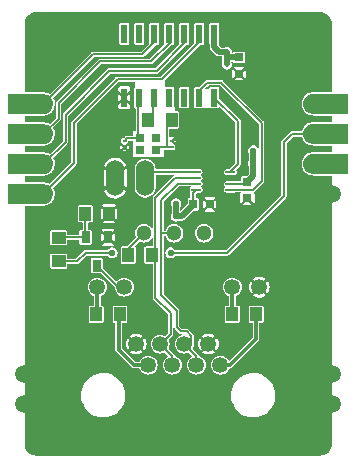
<source format=gbr>
%TF.GenerationSoftware,KiCad,Pcbnew,7.0.1*%
%TF.CreationDate,2023-03-30T17:35:48+09:00*%
%TF.ProjectId,CANFD_module,43414e46-445f-46d6-9f64-756c652e6b69,rev?*%
%TF.SameCoordinates,Original*%
%TF.FileFunction,Copper,L2,Bot*%
%TF.FilePolarity,Positive*%
%FSLAX46Y46*%
G04 Gerber Fmt 4.6, Leading zero omitted, Abs format (unit mm)*
G04 Created by KiCad (PCBNEW 7.0.1) date 2023-03-30 17:35:48*
%MOMM*%
%LPD*%
G01*
G04 APERTURE LIST*
G04 Aperture macros list*
%AMRoundRect*
0 Rectangle with rounded corners*
0 $1 Rounding radius*
0 $2 $3 $4 $5 $6 $7 $8 $9 X,Y pos of 4 corners*
0 Add a 4 corners polygon primitive as box body*
4,1,4,$2,$3,$4,$5,$6,$7,$8,$9,$2,$3,0*
0 Add four circle primitives for the rounded corners*
1,1,$1+$1,$2,$3*
1,1,$1+$1,$4,$5*
1,1,$1+$1,$6,$7*
1,1,$1+$1,$8,$9*
0 Add four rect primitives between the rounded corners*
20,1,$1+$1,$2,$3,$4,$5,0*
20,1,$1+$1,$4,$5,$6,$7,0*
20,1,$1+$1,$6,$7,$8,$9,0*
20,1,$1+$1,$8,$9,$2,$3,0*%
G04 Aperture macros list end*
%TA.AperFunction,SMDPad,CuDef*%
%ADD10RoundRect,0.125000X-0.300000X0.000000X-0.300000X0.000000X0.300000X0.000000X0.300000X0.000000X0*%
%TD*%
%TA.AperFunction,SMDPad,CuDef*%
%ADD11R,1.800000X1.650000*%
%TD*%
%TA.AperFunction,ComponentPad*%
%ADD12C,1.500000*%
%TD*%
%TA.AperFunction,ComponentPad*%
%ADD13C,1.300000*%
%TD*%
%TA.AperFunction,ComponentPad*%
%ADD14C,1.350000*%
%TD*%
%TA.AperFunction,SMDPad,CuDef*%
%ADD15R,1.000000X1.200000*%
%TD*%
%TA.AperFunction,SMDPad,CuDef*%
%ADD16R,1.200000X1.000000*%
%TD*%
%TA.AperFunction,SMDPad,CuDef*%
%ADD17R,0.300000X0.250000*%
%TD*%
%TA.AperFunction,SMDPad,CuDef*%
%ADD18R,0.600000X1.550000*%
%TD*%
%TA.AperFunction,SMDPad,CuDef*%
%ADD19R,0.700000X0.800000*%
%TD*%
%TA.AperFunction,SMDPad,CuDef*%
%ADD20R,0.800000X1.000000*%
%TD*%
%TA.AperFunction,ComponentPad*%
%ADD21O,1.524000X3.048000*%
%TD*%
%TA.AperFunction,SMDPad,CuDef*%
%ADD22R,0.750000X0.700000*%
%TD*%
%TA.AperFunction,SMDPad,CuDef*%
%ADD23R,0.800000X0.700000*%
%TD*%
%TA.AperFunction,ViaPad*%
%ADD24C,0.502400*%
%TD*%
%TA.AperFunction,ViaPad*%
%ADD25C,0.552400*%
%TD*%
%TA.AperFunction,Conductor*%
%ADD26C,0.200000*%
%TD*%
%TA.AperFunction,Conductor*%
%ADD27C,0.152400*%
%TD*%
%TA.AperFunction,Conductor*%
%ADD28C,0.500000*%
%TD*%
%TA.AperFunction,Conductor*%
%ADD29C,0.300000*%
%TD*%
G04 APERTURE END LIST*
%TA.AperFunction,EtchedComponent*%
%TO.C,JP2*%
G36*
X162874600Y-94857100D02*
G01*
X159923945Y-94857100D01*
X159559344Y-94773882D01*
X159392466Y-94669025D01*
X159255675Y-94532234D01*
X159152751Y-94368433D01*
X159088858Y-94185837D01*
X159066791Y-93989989D01*
X159150818Y-93621844D01*
X159255675Y-93454966D01*
X159392466Y-93318175D01*
X159556267Y-93215251D01*
X159738863Y-93151358D01*
X159927534Y-93130100D01*
X162874600Y-93130100D01*
X162874600Y-94857100D01*
G37*
%TD.AperFunction*%
%TA.AperFunction,EtchedComponent*%
G36*
X162874600Y-97397100D02*
G01*
X159923945Y-97397100D01*
X159559344Y-97313882D01*
X159392466Y-97209025D01*
X159255675Y-97072234D01*
X159152751Y-96908433D01*
X159088858Y-96725837D01*
X159066791Y-96529989D01*
X159150818Y-96161844D01*
X159255675Y-95994966D01*
X159392466Y-95858175D01*
X159556267Y-95755251D01*
X159738863Y-95691358D01*
X159927534Y-95670100D01*
X162874600Y-95670100D01*
X162874600Y-97397100D01*
G37*
%TD.AperFunction*%
%TA.AperFunction,EtchedComponent*%
G36*
X162874600Y-99937100D02*
G01*
X159923945Y-99937100D01*
X159559344Y-99853882D01*
X159392466Y-99749025D01*
X159255675Y-99612234D01*
X159152751Y-99448433D01*
X159088858Y-99265837D01*
X159066791Y-99069989D01*
X159150818Y-98701844D01*
X159255675Y-98534966D01*
X159392466Y-98398175D01*
X159556267Y-98295251D01*
X159738863Y-98231358D01*
X159927534Y-98210100D01*
X162874600Y-98210100D01*
X162874600Y-99937100D01*
G37*
%TD.AperFunction*%
%TA.AperFunction,EtchedComponent*%
%TO.C,JP3*%
G36*
X137442856Y-100833318D02*
G01*
X137609734Y-100938175D01*
X137746525Y-101074966D01*
X137849449Y-101238767D01*
X137913342Y-101421363D01*
X137935409Y-101617211D01*
X137851382Y-101985356D01*
X137746525Y-102152234D01*
X137609734Y-102289025D01*
X137445933Y-102391949D01*
X137263337Y-102455842D01*
X137074666Y-102477100D01*
X134127600Y-102477100D01*
X134127600Y-100750100D01*
X137078255Y-100750100D01*
X137442856Y-100833318D01*
G37*
%TD.AperFunction*%
%TA.AperFunction,EtchedComponent*%
G36*
X137442856Y-98293318D02*
G01*
X137609734Y-98398175D01*
X137746525Y-98534966D01*
X137849449Y-98698767D01*
X137913342Y-98881363D01*
X137935409Y-99077211D01*
X137851382Y-99445356D01*
X137746525Y-99612234D01*
X137609734Y-99749025D01*
X137445933Y-99851949D01*
X137263337Y-99915842D01*
X137074666Y-99937100D01*
X134127600Y-99937100D01*
X134127600Y-98210100D01*
X137078255Y-98210100D01*
X137442856Y-98293318D01*
G37*
%TD.AperFunction*%
%TA.AperFunction,EtchedComponent*%
G36*
X137442856Y-95753318D02*
G01*
X137609734Y-95858175D01*
X137746525Y-95994966D01*
X137849449Y-96158767D01*
X137913342Y-96341363D01*
X137935409Y-96537211D01*
X137851382Y-96905356D01*
X137746525Y-97072234D01*
X137609734Y-97209025D01*
X137445933Y-97311949D01*
X137263337Y-97375842D01*
X137074666Y-97397100D01*
X134127600Y-97397100D01*
X134127600Y-95670100D01*
X137078255Y-95670100D01*
X137442856Y-95753318D01*
G37*
%TD.AperFunction*%
%TA.AperFunction,EtchedComponent*%
G36*
X137442856Y-93213318D02*
G01*
X137609734Y-93318175D01*
X137746525Y-93454966D01*
X137849449Y-93618767D01*
X137913342Y-93801363D01*
X137935409Y-93997211D01*
X137851382Y-94365356D01*
X137746525Y-94532234D01*
X137609734Y-94669025D01*
X137445933Y-94771949D01*
X137263337Y-94835842D01*
X137074666Y-94857100D01*
X134127600Y-94857100D01*
X134127600Y-93130100D01*
X137078255Y-93130100D01*
X137442856Y-93213318D01*
G37*
%TD.AperFunction*%
%TD*%
D10*
%TO.P,U$1,CANH*%
%TO.N,CAN_H*%
X150011100Y-100253600D03*
%TO.P,U$1,CANL*%
%TO.N,CAN_L*%
X150011100Y-100753600D03*
D11*
%TO.P,U$1,EP*%
%TO.N,SGND*%
X151461100Y-100503600D03*
D10*
%TO.P,U$1,RXD*%
%TO.N,N$28*%
X152911100Y-101253600D03*
%TO.P,U$1,S*%
%TO.N,N$68*%
X150011100Y-99753600D03*
%TO.P,U$1,TXD*%
%TO.N,N$27*%
X152911100Y-99753600D03*
%TO.P,U$1,VDD*%
%TO.N,+5V*%
X152911100Y-100753600D03*
%TO.P,U$1,VIO*%
%TO.N,+3V3*%
X150011100Y-101253600D03*
%TO.P,U$1,VSS*%
%TO.N,SGND*%
X152911100Y-100253600D03*
%TD*%
D12*
%TO.P,JP5,PIN1*%
%TO.N,SGND*%
X137071100Y-119393600D03*
%TO.P,JP5,PIN1_*%
X135461100Y-119393600D03*
%TO.P,JP5,PIN2*%
X137071100Y-116853600D03*
%TO.P,JP5,PIN2_*%
X135461100Y-116853600D03*
%TD*%
%TO.P,JP2,PIN1*%
%TO.N,+5V*%
X159931100Y-93993600D03*
%TO.P,JP2,PIN1_*%
X161541100Y-93993600D03*
%TO.P,JP2,PIN2*%
%TO.N,COM_LED*%
X159931100Y-96533600D03*
%TO.P,JP2,PIN2_*%
X161541100Y-96533600D03*
%TO.P,JP2,PIN3*%
%TO.N,N/C*%
X159931100Y-99073600D03*
%TO.P,JP2,PIN3_*%
X161541100Y-99073600D03*
%TO.P,JP2,PIN4*%
%TO.N,SGND*%
X159931100Y-101613600D03*
%TO.P,JP2,PIN4_*%
X161541100Y-101613600D03*
%TD*%
%TO.P,JP3,PIN1*%
%TO.N,CS*%
X137071100Y-101613600D03*
%TO.P,JP3,PIN1_*%
X135461100Y-101613600D03*
%TO.P,JP3,PIN2*%
%TO.N,MISO*%
X137071100Y-99073600D03*
%TO.P,JP3,PIN2_*%
X135461100Y-99073600D03*
%TO.P,JP3,PIN3*%
%TO.N,MOSI*%
X137071100Y-96533600D03*
%TO.P,JP3,PIN3_*%
X135461100Y-96533600D03*
%TO.P,JP3,PIN4*%
%TO.N,SCK*%
X137071100Y-93993600D03*
%TO.P,JP3,PIN4_*%
X135461100Y-93993600D03*
%TD*%
D13*
%TO.P,SW1,C*%
%TO.N,CAN_L*%
X148161100Y-104953600D03*
%TO.P,SW1,L*%
%TO.N,N/C*%
X150701100Y-104953600D03*
%TO.P,SW1,R*%
%TO.N,N$23*%
X145621100Y-104953600D03*
%TD*%
D14*
%TO.P,RJ45_1,1*%
%TO.N,+5V*%
X152071100Y-116113600D03*
%TO.P,RJ45_1,2*%
%TO.N,SGND*%
X151051100Y-114333600D03*
%TO.P,RJ45_1,3*%
%TO.N,CAN_L*%
X150031100Y-116113600D03*
%TO.P,RJ45_1,4*%
X149011100Y-114333600D03*
%TO.P,RJ45_1,5*%
%TO.N,CAN_H*%
X147991100Y-116113600D03*
%TO.P,RJ45_1,6*%
X146971100Y-114333600D03*
%TO.P,RJ45_1,7*%
%TO.N,+5V*%
X145951100Y-116113600D03*
%TO.P,RJ45_1,8*%
%TO.N,SGND*%
X144931100Y-114333600D03*
%TO.P,RJ45_1,LED1_A*%
%TO.N,N$69*%
X141641100Y-109513600D03*
%TO.P,RJ45_1,LED1_K*%
%TO.N,N$71*%
X143931100Y-109513600D03*
%TO.P,RJ45_1,LED2_A*%
%TO.N,N$51*%
X153071100Y-109513600D03*
%TO.P,RJ45_1,LED2_K*%
%TO.N,SGND*%
X155361100Y-109513600D03*
%TD*%
D12*
%TO.P,JP4,PIN1*%
%TO.N,SGND*%
X159931100Y-116853600D03*
%TO.P,JP4,PIN1_*%
X161541100Y-116853600D03*
%TO.P,JP4,PIN2*%
X159931100Y-119393600D03*
%TO.P,JP4,PIN2_*%
X161541100Y-119393600D03*
%TD*%
D15*
%TO.P,R5,LEFT*%
%TO.N,SGND*%
X142641100Y-103303600D03*
%TO.P,R5,RIGHT*%
%TO.N,N$74*%
X140641100Y-103303600D03*
%TD*%
D16*
%TO.P,R6,LEFT*%
%TO.N,N$74*%
X138371100Y-105313600D03*
%TO.P,R6,RIGHT*%
%TO.N,COM_LED*%
X138371100Y-107313600D03*
%TD*%
D17*
%TO.P,C5,1*%
%TO.N,N$39*%
X143961100Y-97128600D03*
%TO.P,C5,2*%
%TO.N,SGND*%
X143961100Y-97678600D03*
%TD*%
D18*
%TO.P,U2,CLKO/SOF*%
%TO.N,N/C*%
X149021100Y-93473600D03*
%TO.P,U2,INT*%
X147751100Y-93473600D03*
%TO.P,U2,INT0/GPIO0*%
X145211100Y-88073600D03*
%TO.P,U2,INT1/GPIO1*%
X143941100Y-88073600D03*
%TO.P,U2,NCS*%
%TO.N,CS*%
X150291100Y-88073600D03*
%TO.P,U2,OSC1*%
%TO.N,N$39*%
X145211100Y-93473600D03*
%TO.P,U2,OSC2*%
%TO.N,N$38*%
X146481100Y-93473600D03*
%TO.P,U2,RXCAN*%
%TO.N,N$28*%
X150291100Y-93473600D03*
%TO.P,U2,SCK*%
%TO.N,SCK*%
X146481100Y-88073600D03*
%TO.P,U2,SDI*%
%TO.N,MOSI*%
X147751100Y-88073600D03*
%TO.P,U2,SDO*%
%TO.N,MISO*%
X149021100Y-88073600D03*
%TO.P,U2,TXCAN*%
%TO.N,N$27*%
X151561100Y-93473600D03*
%TO.P,U2,VDD*%
%TO.N,+3V3*%
X151561100Y-88073600D03*
%TO.P,U2,VSS*%
%TO.N,SGND*%
X143941100Y-93473600D03*
%TD*%
D19*
%TO.P,C1,P$1*%
%TO.N,+3V3*%
X149761100Y-102503600D03*
%TO.P,C1,P$2*%
%TO.N,SGND*%
X151161100Y-102503600D03*
%TD*%
D20*
%TO.P,TR1,B*%
%TO.N,N$74*%
X140651100Y-105293600D03*
%TO.P,TR1,C*%
%TO.N,N$71*%
X141601100Y-107693600D03*
%TO.P,TR1,E*%
%TO.N,SGND*%
X142551100Y-105293600D03*
%TD*%
D21*
%TO.P,JP1,1*%
%TO.N,SGND*%
X143154400Y-100279200D03*
%TO.P,JP1,2*%
%TO.N,N$68*%
X145694400Y-100279200D03*
%TD*%
D15*
%TO.P,R1,LEFT*%
%TO.N,N$38*%
X145961100Y-95353600D03*
%TO.P,R1,RIGHT*%
%TO.N,N$42*%
X147961100Y-95353600D03*
%TD*%
%TO.P,R3,LEFT*%
%TO.N,+5V*%
X143561100Y-111803600D03*
%TO.P,R3,RIGHT*%
%TO.N,N$69*%
X141561100Y-111803600D03*
%TD*%
D22*
%TO.P,X1,1*%
%TO.N,N$39*%
X145286100Y-96903600D03*
%TO.P,X1,2*%
%TO.N,N$42*%
X146636100Y-97903600D03*
%TO.P,X1,NC1*%
%TO.N,N/C*%
X145286100Y-97903600D03*
%TO.P,X1,NC2*%
X146636100Y-96903600D03*
%TD*%
D15*
%TO.P,R4,LEFT*%
%TO.N,N$51*%
X153091100Y-111803600D03*
%TO.P,R4,RIGHT*%
%TO.N,+5V*%
X155091100Y-111803600D03*
%TD*%
D17*
%TO.P,C4,1*%
%TO.N,N$42*%
X147961100Y-97678600D03*
%TO.P,C4,2*%
%TO.N,SGND*%
X147961100Y-97128600D03*
%TD*%
D23*
%TO.P,C3,P$1*%
%TO.N,+3V3*%
X153661100Y-90043600D03*
%TO.P,C3,P$2*%
%TO.N,SGND*%
X153661100Y-91443600D03*
%TD*%
D15*
%TO.P,R2,LEFT*%
%TO.N,N$23*%
X144261100Y-106793600D03*
%TO.P,R2,RIGHT*%
%TO.N,CAN_H*%
X146261100Y-106793600D03*
%TD*%
D23*
%TO.P,C2,P$1*%
%TO.N,+5V*%
X154361100Y-100583600D03*
%TO.P,C2,P$2*%
%TO.N,SGND*%
X154361100Y-101983600D03*
%TD*%
D24*
%TO.N,+3V3*%
X152611100Y-90653600D03*
D25*
X148311100Y-103503600D03*
X148311100Y-102453600D03*
D24*
X152611100Y-89603600D03*
D25*
%TO.N,+5V*%
X154861100Y-99003600D03*
X154861100Y-97953600D03*
D24*
%TO.N,SGND*%
X159161100Y-109003600D03*
X137007600Y-87426800D03*
X145261100Y-108503600D03*
X145261100Y-111903600D03*
X154161100Y-103603600D03*
X148961100Y-96503600D03*
X146961100Y-99003600D03*
X150661100Y-119903600D03*
X137007600Y-91694000D03*
X154561100Y-96403600D03*
X138361100Y-111903600D03*
X139661100Y-106303600D03*
X142138400Y-87477600D03*
X140661100Y-96403600D03*
X148961100Y-91803600D03*
X153261100Y-113703600D03*
X159161100Y-104603600D03*
X159161100Y-113003600D03*
X153561100Y-94503600D03*
X158761100Y-92003600D03*
X146061100Y-119903600D03*
X155561100Y-106503600D03*
X143461100Y-96403600D03*
X151761100Y-98603600D03*
X154461100Y-93003600D03*
X156161100Y-89503600D03*
X152661100Y-93603600D03*
X156461100Y-99203600D03*
X150561100Y-111903600D03*
X149461100Y-109503600D03*
D25*
%TO.N,COM_LED*%
X147861100Y-106603600D03*
X142911100Y-106603600D03*
%TD*%
D26*
%TO.N,SGND*%
X151711100Y-100253600D02*
X151461100Y-100503600D01*
X152911100Y-100253600D02*
X151711100Y-100253600D01*
%TO.N,CAN_H*%
X147861100Y-111710713D02*
X147861100Y-113443600D01*
X146971100Y-114333600D02*
X147991100Y-115353600D01*
X147861100Y-113443600D02*
X146971100Y-114333600D01*
X147991100Y-115353600D02*
X147991100Y-116113600D01*
X146551100Y-106793600D02*
X146561100Y-106803600D01*
X150011100Y-100253600D02*
X148253987Y-100253600D01*
X146561100Y-101946488D02*
X146561100Y-106803600D01*
X146561100Y-106803600D02*
X146561100Y-110410713D01*
X148253987Y-100253600D02*
X146561100Y-101946488D01*
X146561100Y-110410713D02*
X147861100Y-111710713D01*
D27*
X146261100Y-106793600D02*
X146551100Y-106793600D01*
D26*
%TO.N,CAN_L*%
X148461100Y-100753600D02*
X147061100Y-102153600D01*
X149211100Y-113253600D02*
X149611100Y-113653600D01*
X148161100Y-104953600D02*
X147061100Y-104953600D01*
X148361100Y-111503600D02*
X148361100Y-112853600D01*
X149611100Y-114053600D02*
X149331100Y-114333600D01*
X150031100Y-115353600D02*
X150031100Y-116113600D01*
X147061100Y-102153600D02*
X147061100Y-104953600D01*
X147061100Y-110203600D02*
X148361100Y-111503600D01*
X147061100Y-104953600D02*
X147061100Y-110203600D01*
X148761100Y-113253600D02*
X149211100Y-113253600D01*
X149611100Y-113653600D02*
X149611100Y-114053600D01*
X149331100Y-114333600D02*
X149011100Y-114333600D01*
X148361100Y-112853600D02*
X148761100Y-113253600D01*
X149011100Y-114333600D02*
X150031100Y-115353600D01*
X150011100Y-100753600D02*
X148461100Y-100753600D01*
%TO.N,N$27*%
X152911100Y-99753600D02*
X153561100Y-99103600D01*
X153561100Y-95473600D02*
X153561100Y-99103600D01*
X151561100Y-93473600D02*
X153561100Y-95473600D01*
%TO.N,N$28*%
X155561100Y-100553600D02*
X155561100Y-95603600D01*
X154861100Y-101253600D02*
X155561100Y-100553600D01*
X150291100Y-93473600D02*
X150291100Y-92873600D01*
X155561100Y-95603600D02*
X152161100Y-92203600D01*
X150291100Y-92873600D02*
X150961100Y-92203600D01*
X152911100Y-101253600D02*
X154861100Y-101253600D01*
X150961100Y-92203600D02*
X152161100Y-92203600D01*
%TO.N,+3V3*%
X149761100Y-101503600D02*
X150011100Y-101253600D01*
X149761100Y-102503600D02*
X149761100Y-101503600D01*
D28*
X151961100Y-89603600D02*
X152611100Y-89603600D01*
X148311100Y-102453600D02*
X148311100Y-103503600D01*
X148811100Y-103503600D02*
X149761100Y-102553600D01*
X148311100Y-103503600D02*
X148811100Y-103503600D01*
X153661100Y-90043600D02*
X152651100Y-90043600D01*
X151561100Y-88073600D02*
X151561100Y-89203600D01*
X149761100Y-102503600D02*
X149761100Y-102553600D01*
X152611100Y-90003600D02*
X152611100Y-90653600D01*
X151561100Y-89203600D02*
X151961100Y-89603600D01*
X152611100Y-89603600D02*
X152611100Y-90003600D01*
X152651100Y-90043600D02*
X152611100Y-90003600D01*
D26*
%TO.N,N$23*%
X145621100Y-104953600D02*
X144261100Y-106313600D01*
X144261100Y-106313600D02*
X144261100Y-106793600D01*
%TO.N,MISO*%
X146661100Y-91203600D02*
X149021100Y-88843600D01*
X138961100Y-94903600D02*
X142661100Y-91203600D01*
X138961100Y-97183600D02*
X138961100Y-94903600D01*
X137071100Y-99073600D02*
X138961100Y-97183600D01*
X149021100Y-88843600D02*
X149021100Y-88073600D01*
X142661100Y-91203600D02*
X146661100Y-91203600D01*
%TO.N,MOSI*%
X146161100Y-90403600D02*
X147761100Y-88803600D01*
X137071100Y-96533600D02*
X138371100Y-95233600D01*
X147761100Y-88803600D02*
X147761100Y-88083600D01*
X141901100Y-90403600D02*
X138371100Y-93933600D01*
X138371100Y-93933600D02*
X138371100Y-95233600D01*
X141901100Y-90403600D02*
X146161100Y-90403600D01*
X147761100Y-88083600D02*
X147751100Y-88073600D01*
%TO.N,SCK*%
X146481100Y-88783600D02*
X146481100Y-88073600D01*
X137071100Y-93993600D02*
X141261100Y-89803600D01*
X145461100Y-89803600D02*
X146481100Y-88783600D01*
X141261100Y-89803600D02*
X145461100Y-89803600D01*
%TO.N,CS*%
X150291100Y-88773600D02*
X150291100Y-88073600D01*
X139661100Y-95603600D02*
X143361100Y-91903600D01*
X137071100Y-101613600D02*
X139661100Y-99023600D01*
X143361100Y-91903600D02*
X147161100Y-91903600D01*
X147161100Y-91903600D02*
X150291100Y-88773600D01*
X139661100Y-99023600D02*
X139661100Y-95603600D01*
%TO.N,N$39*%
X145286100Y-96903600D02*
X145111100Y-96728600D01*
X145286100Y-96903600D02*
X144186100Y-96903600D01*
X145111100Y-96728600D02*
X145111100Y-93573600D01*
X144186100Y-96903600D02*
X143961100Y-97128600D01*
X145111100Y-93573600D02*
X145211100Y-93473600D01*
%TO.N,N$42*%
X147961100Y-97678600D02*
X147511100Y-97678600D01*
X146636100Y-97903600D02*
X146861100Y-97678600D01*
X147511100Y-95953600D02*
X147511100Y-97678600D01*
X147961100Y-95503600D02*
X147511100Y-95953600D01*
X147961100Y-95353600D02*
X147961100Y-95503600D01*
X146861100Y-97678600D02*
X147511100Y-97678600D01*
%TO.N,+5V*%
X152911100Y-100753600D02*
X154191100Y-100753600D01*
D29*
X144771100Y-116113600D02*
X145951100Y-116113600D01*
D28*
X154861100Y-99003600D02*
X154861100Y-100083600D01*
D29*
X152071100Y-116113600D02*
X152851100Y-116113600D01*
D26*
X154191100Y-100753600D02*
X154361100Y-100583600D01*
D28*
X154361100Y-100583600D02*
X154861100Y-100083600D01*
X154861100Y-97953600D02*
X154861100Y-99003600D01*
D29*
X155091100Y-113873600D02*
X155091100Y-111803600D01*
X143461100Y-114803600D02*
X144771100Y-116113600D01*
X152851100Y-116113600D02*
X155091100Y-113873600D01*
X143461100Y-111903600D02*
X143461100Y-114803600D01*
X143561100Y-111803600D02*
X143461100Y-111903600D01*
D26*
%TO.N,N$38*%
X146381100Y-94933600D02*
X145961100Y-95353600D01*
X146481100Y-93473600D02*
X146381100Y-93573600D01*
X146381100Y-93573600D02*
X146381100Y-94933600D01*
%TO.N,N$68*%
X146220000Y-99753600D02*
X145694400Y-100279200D01*
X150011100Y-99753600D02*
X146220000Y-99753600D01*
%TO.N,N$51*%
X153091100Y-111803600D02*
X153071100Y-111783600D01*
D29*
X153071100Y-111783600D02*
X153071100Y-109513600D01*
%TO.N,N$69*%
X141641100Y-111723600D02*
X141561100Y-111803600D01*
X141641100Y-109513600D02*
X141641100Y-111723600D01*
D26*
%TO.N,N$71*%
X141601100Y-107693600D02*
X143421100Y-109513600D01*
X143421100Y-109513600D02*
X143931100Y-109513600D01*
%TO.N,N$74*%
X140651100Y-105293600D02*
X138391100Y-105293600D01*
X140641100Y-103303600D02*
X140641100Y-105283600D01*
X138391100Y-105293600D02*
X138371100Y-105313600D01*
X140641100Y-105283600D02*
X140651100Y-105293600D01*
%TO.N,COM_LED*%
X152661100Y-106603600D02*
X157461100Y-101803600D01*
X140661100Y-106603600D02*
X142911100Y-106603600D01*
X158131100Y-96533600D02*
X159931100Y-96533600D01*
X147861100Y-106603600D02*
X152661100Y-106603600D01*
X139951100Y-107313600D02*
X140661100Y-106603600D01*
X157461100Y-97203600D02*
X158131100Y-96533600D01*
X138371100Y-107313600D02*
X139951100Y-107313600D01*
X157461100Y-101803600D02*
X157461100Y-97203600D01*
%TD*%
%TA.AperFunction,Conductor*%
%TO.N,SGND*%
G36*
X160542711Y-86229241D02*
G01*
X160621771Y-86236157D01*
X160707086Y-86243622D01*
X160713455Y-86244745D01*
X160871264Y-86287030D01*
X160877342Y-86289242D01*
X161025406Y-86358285D01*
X161031005Y-86361517D01*
X161164838Y-86455228D01*
X161169792Y-86459385D01*
X161285314Y-86574907D01*
X161289471Y-86579861D01*
X161383182Y-86713694D01*
X161386415Y-86719295D01*
X161455457Y-86867358D01*
X161457669Y-86873435D01*
X161499954Y-87031244D01*
X161501077Y-87037612D01*
X161515459Y-87201988D01*
X161515600Y-87205222D01*
X161515600Y-92965500D01*
X161504734Y-92991734D01*
X161478500Y-93002600D01*
X159965987Y-93002600D01*
X159954514Y-92999919D01*
X159950461Y-92999210D01*
X159950460Y-92999210D01*
X159928290Y-93001708D01*
X159922441Y-93002367D01*
X159918287Y-93002600D01*
X159909199Y-93002600D01*
X159905334Y-93003734D01*
X159899042Y-93005002D01*
X159753236Y-93021431D01*
X159740458Y-93020648D01*
X159732089Y-93018648D01*
X159732087Y-93018648D01*
X159714257Y-93024887D01*
X159706493Y-93026660D01*
X159694109Y-93031864D01*
X159691991Y-93032678D01*
X159541367Y-93085383D01*
X159528739Y-93087463D01*
X159520133Y-93087375D01*
X159520128Y-93087377D01*
X159504131Y-93097428D01*
X159496963Y-93100880D01*
X159486041Y-93108713D01*
X159484160Y-93109977D01*
X159349042Y-93194878D01*
X159337192Y-93199717D01*
X159328781Y-93201547D01*
X159315422Y-93214906D01*
X159309197Y-93219870D01*
X159300294Y-93229935D01*
X159298741Y-93231586D01*
X159185901Y-93344425D01*
X159175426Y-93351778D01*
X159167635Y-93355433D01*
X159157584Y-93371428D01*
X159152618Y-93377656D01*
X159146169Y-93389465D01*
X159145022Y-93391420D01*
X159053182Y-93537582D01*
X159047735Y-93544343D01*
X159034845Y-93556973D01*
X159027446Y-93589387D01*
X159026978Y-93591218D01*
X159017941Y-93623197D01*
X159017974Y-93626316D01*
X159017046Y-93634954D01*
X158946802Y-93942708D01*
X158943893Y-93950887D01*
X158935901Y-93967061D01*
X158935900Y-93967062D01*
X158939620Y-94000078D01*
X158939783Y-94001960D01*
X158941818Y-94035155D01*
X158942881Y-94038096D01*
X158944855Y-94046547D01*
X158958930Y-94171465D01*
X158958148Y-94184240D01*
X158956148Y-94192611D01*
X158956148Y-94192612D01*
X158962387Y-94210443D01*
X158964160Y-94218205D01*
X158964211Y-94218328D01*
X158964212Y-94218330D01*
X158969366Y-94230595D01*
X158970180Y-94232713D01*
X159022883Y-94383331D01*
X159024963Y-94395959D01*
X159024875Y-94404567D01*
X159024876Y-94404570D01*
X159034926Y-94420563D01*
X159038379Y-94427735D01*
X159046208Y-94438649D01*
X159047468Y-94440524D01*
X159106740Y-94534853D01*
X159132378Y-94575655D01*
X159137217Y-94587507D01*
X159139047Y-94595918D01*
X159152408Y-94609280D01*
X159157365Y-94615496D01*
X159157471Y-94615590D01*
X159157472Y-94615591D01*
X159167419Y-94624389D01*
X159169073Y-94625944D01*
X159281925Y-94738797D01*
X159289279Y-94749275D01*
X159292932Y-94757063D01*
X159292933Y-94757064D01*
X159293274Y-94757278D01*
X159308923Y-94767111D01*
X159315156Y-94772081D01*
X159315272Y-94772144D01*
X159315273Y-94772145D01*
X159326970Y-94778532D01*
X159328908Y-94779669D01*
X159407997Y-94829364D01*
X159475083Y-94871517D01*
X159481845Y-94876966D01*
X159494472Y-94889854D01*
X159494473Y-94889854D01*
X159494474Y-94889855D01*
X159526890Y-94897253D01*
X159528679Y-94897708D01*
X159560699Y-94906758D01*
X159560702Y-94906756D01*
X159563816Y-94906725D01*
X159572452Y-94907652D01*
X159867467Y-94974988D01*
X159879269Y-94979948D01*
X159883329Y-94982557D01*
X159886508Y-94984600D01*
X159905396Y-94984600D01*
X159913307Y-94985491D01*
X159913444Y-94985482D01*
X159913446Y-94985483D01*
X159926729Y-94984669D01*
X159928999Y-94984600D01*
X161478500Y-94984600D01*
X161504734Y-94995466D01*
X161515600Y-95021700D01*
X161515600Y-95505500D01*
X161504734Y-95531734D01*
X161478500Y-95542600D01*
X159965987Y-95542600D01*
X159954514Y-95539919D01*
X159950461Y-95539210D01*
X159950460Y-95539210D01*
X159930065Y-95541508D01*
X159922441Y-95542367D01*
X159918287Y-95542600D01*
X159909199Y-95542600D01*
X159905334Y-95543734D01*
X159899042Y-95545002D01*
X159753236Y-95561431D01*
X159740458Y-95560648D01*
X159732089Y-95558648D01*
X159732087Y-95558648D01*
X159714257Y-95564887D01*
X159706493Y-95566660D01*
X159694109Y-95571864D01*
X159691991Y-95572678D01*
X159541367Y-95625383D01*
X159528739Y-95627463D01*
X159520133Y-95627375D01*
X159520128Y-95627377D01*
X159504131Y-95637428D01*
X159496963Y-95640880D01*
X159486041Y-95648713D01*
X159484160Y-95649977D01*
X159349042Y-95734878D01*
X159337192Y-95739717D01*
X159328781Y-95741547D01*
X159315422Y-95754906D01*
X159309197Y-95759870D01*
X159300294Y-95769935D01*
X159298741Y-95771586D01*
X159185901Y-95884425D01*
X159175426Y-95891778D01*
X159167635Y-95895433D01*
X159157584Y-95911428D01*
X159152618Y-95917656D01*
X159146169Y-95929465D01*
X159145022Y-95931420D01*
X159053182Y-96077582D01*
X159047735Y-96084343D01*
X159034845Y-96096973D01*
X159027446Y-96129387D01*
X159026978Y-96131218D01*
X159017941Y-96163197D01*
X159017974Y-96166316D01*
X159017046Y-96174954D01*
X158993696Y-96277256D01*
X158980657Y-96298006D01*
X158957526Y-96306100D01*
X158138011Y-96306100D01*
X158136070Y-96306049D01*
X158134430Y-96305963D01*
X158094715Y-96303881D01*
X158069010Y-96313748D01*
X158063430Y-96315401D01*
X158036499Y-96321125D01*
X158025560Y-96329073D01*
X158017053Y-96333692D01*
X158004428Y-96338539D01*
X157984960Y-96358006D01*
X157980535Y-96361785D01*
X157958256Y-96377972D01*
X157951497Y-96389679D01*
X157945603Y-96397361D01*
X157305110Y-97037854D01*
X157303701Y-97039190D01*
X157272936Y-97066891D01*
X157261736Y-97092046D01*
X157258959Y-97097160D01*
X157243965Y-97120249D01*
X157241850Y-97133602D01*
X157239101Y-97142884D01*
X157233600Y-97155242D01*
X157233600Y-97182780D01*
X157233143Y-97188584D01*
X157228836Y-97215771D01*
X157232336Y-97228831D01*
X157233600Y-97238433D01*
X157233600Y-101693999D01*
X157230776Y-101708197D01*
X157222734Y-101720233D01*
X152577732Y-106365234D01*
X152551498Y-106376100D01*
X148276302Y-106376100D01*
X148256247Y-106370212D01*
X148248205Y-106360934D01*
X148247474Y-106361568D01*
X148243982Y-106357538D01*
X148243982Y-106357537D01*
X148159149Y-106259633D01*
X148050169Y-106189596D01*
X148050166Y-106189595D01*
X147925873Y-106153100D01*
X147925872Y-106153100D01*
X147796328Y-106153100D01*
X147796327Y-106153100D01*
X147672033Y-106189595D01*
X147563050Y-106259633D01*
X147478217Y-106357538D01*
X147424402Y-106475374D01*
X147405966Y-106603599D01*
X147424402Y-106731825D01*
X147466247Y-106823450D01*
X147478218Y-106849663D01*
X147563051Y-106947567D01*
X147672031Y-107017604D01*
X147754895Y-107041934D01*
X147796327Y-107054100D01*
X147796328Y-107054100D01*
X147925872Y-107054100D01*
X147925873Y-107054100D01*
X147956946Y-107044975D01*
X148050169Y-107017604D01*
X148159149Y-106947567D01*
X148243982Y-106849663D01*
X148243982Y-106849660D01*
X148247474Y-106845632D01*
X148248205Y-106846265D01*
X148256247Y-106836988D01*
X148276302Y-106831100D01*
X152654189Y-106831100D01*
X152656129Y-106831150D01*
X152673801Y-106832076D01*
X152697483Y-106833318D01*
X152697483Y-106833317D01*
X152697484Y-106833318D01*
X152723192Y-106823448D01*
X152728761Y-106821799D01*
X152755700Y-106816074D01*
X152766637Y-106808126D01*
X152775145Y-106803506D01*
X152787773Y-106798660D01*
X152807252Y-106779179D01*
X152811659Y-106775416D01*
X152833942Y-106759228D01*
X152840704Y-106747513D01*
X152846593Y-106739838D01*
X157617105Y-101969327D01*
X157618476Y-101968027D01*
X157649263Y-101940308D01*
X157660467Y-101915141D01*
X157663234Y-101910046D01*
X157678234Y-101886950D01*
X157680348Y-101873592D01*
X157683098Y-101864311D01*
X157688600Y-101851957D01*
X157688600Y-101824420D01*
X157689057Y-101818616D01*
X157693363Y-101791428D01*
X157689864Y-101778369D01*
X157688600Y-101768767D01*
X157688600Y-97313201D01*
X157691424Y-97299003D01*
X157699466Y-97286967D01*
X158214468Y-96771966D01*
X158240702Y-96761100D01*
X158939793Y-96761100D01*
X158961262Y-96767943D01*
X158974810Y-96785946D01*
X159022883Y-96923331D01*
X159024963Y-96935959D01*
X159024875Y-96944567D01*
X159024876Y-96944570D01*
X159034926Y-96960563D01*
X159038379Y-96967735D01*
X159046208Y-96978649D01*
X159047468Y-96980524D01*
X159083492Y-97037854D01*
X159132378Y-97115655D01*
X159137217Y-97127507D01*
X159139047Y-97135918D01*
X159152408Y-97149280D01*
X159157365Y-97155496D01*
X159157471Y-97155590D01*
X159157472Y-97155591D01*
X159164682Y-97161968D01*
X159167419Y-97164389D01*
X159169073Y-97165944D01*
X159281925Y-97278797D01*
X159289279Y-97289275D01*
X159292932Y-97297063D01*
X159292933Y-97297064D01*
X159302934Y-97303348D01*
X159308923Y-97307111D01*
X159315156Y-97312081D01*
X159315272Y-97312144D01*
X159315273Y-97312145D01*
X159326970Y-97318532D01*
X159328908Y-97319669D01*
X159375076Y-97348678D01*
X159475083Y-97411517D01*
X159481845Y-97416966D01*
X159494472Y-97429854D01*
X159494473Y-97429854D01*
X159494474Y-97429855D01*
X159526890Y-97437253D01*
X159528679Y-97437708D01*
X159560699Y-97446758D01*
X159560702Y-97446756D01*
X159563816Y-97446725D01*
X159572452Y-97447652D01*
X159867467Y-97514988D01*
X159879269Y-97519948D01*
X159883329Y-97522557D01*
X159886508Y-97524600D01*
X159905396Y-97524600D01*
X159913307Y-97525491D01*
X159913444Y-97525482D01*
X159913446Y-97525483D01*
X159926729Y-97524669D01*
X159928999Y-97524600D01*
X161478500Y-97524600D01*
X161504734Y-97535466D01*
X161515600Y-97561700D01*
X161515600Y-98045500D01*
X161504734Y-98071734D01*
X161478500Y-98082600D01*
X159965987Y-98082600D01*
X159954514Y-98079919D01*
X159950461Y-98079210D01*
X159950460Y-98079210D01*
X159922441Y-98082367D01*
X159918287Y-98082600D01*
X159909199Y-98082600D01*
X159905334Y-98083734D01*
X159899042Y-98085002D01*
X159753236Y-98101431D01*
X159740458Y-98100648D01*
X159732089Y-98098648D01*
X159732087Y-98098648D01*
X159714257Y-98104887D01*
X159706493Y-98106660D01*
X159694109Y-98111864D01*
X159691991Y-98112678D01*
X159541367Y-98165383D01*
X159528739Y-98167463D01*
X159520133Y-98167375D01*
X159520128Y-98167377D01*
X159504131Y-98177428D01*
X159496963Y-98180880D01*
X159486041Y-98188713D01*
X159484160Y-98189977D01*
X159349042Y-98274878D01*
X159337192Y-98279717D01*
X159328781Y-98281547D01*
X159315422Y-98294906D01*
X159309197Y-98299870D01*
X159300294Y-98309935D01*
X159298741Y-98311586D01*
X159185901Y-98424425D01*
X159175426Y-98431778D01*
X159167635Y-98435433D01*
X159157584Y-98451428D01*
X159152618Y-98457656D01*
X159146169Y-98469465D01*
X159145022Y-98471420D01*
X159053182Y-98617582D01*
X159047735Y-98624343D01*
X159034845Y-98636973D01*
X159027446Y-98669387D01*
X159026978Y-98671218D01*
X159017941Y-98703197D01*
X159017974Y-98706316D01*
X159017046Y-98714954D01*
X158946802Y-99022708D01*
X158943893Y-99030887D01*
X158935901Y-99047061D01*
X158935900Y-99047062D01*
X158939620Y-99080078D01*
X158939783Y-99081960D01*
X158941818Y-99115155D01*
X158942881Y-99118096D01*
X158944855Y-99126547D01*
X158958930Y-99251465D01*
X158958148Y-99264240D01*
X158956148Y-99272611D01*
X158956148Y-99272612D01*
X158962387Y-99290443D01*
X158964160Y-99298205D01*
X158964211Y-99298328D01*
X158964212Y-99298330D01*
X158969366Y-99310595D01*
X158970180Y-99312713D01*
X159022883Y-99463331D01*
X159024963Y-99475959D01*
X159024875Y-99484567D01*
X159024876Y-99484570D01*
X159034926Y-99500563D01*
X159038379Y-99507735D01*
X159046208Y-99518649D01*
X159047468Y-99520524D01*
X159079535Y-99571557D01*
X159132378Y-99655655D01*
X159137217Y-99667507D01*
X159139047Y-99675918D01*
X159152408Y-99689280D01*
X159157365Y-99695496D01*
X159157471Y-99695590D01*
X159157472Y-99695591D01*
X159167419Y-99704389D01*
X159169073Y-99705944D01*
X159281925Y-99818797D01*
X159289279Y-99829275D01*
X159292932Y-99837063D01*
X159292933Y-99837064D01*
X159293274Y-99837278D01*
X159308923Y-99847111D01*
X159315156Y-99852081D01*
X159315272Y-99852144D01*
X159315273Y-99852145D01*
X159326970Y-99858532D01*
X159328908Y-99859669D01*
X159349044Y-99872321D01*
X159475083Y-99951517D01*
X159481845Y-99956966D01*
X159494472Y-99969854D01*
X159494473Y-99969854D01*
X159494474Y-99969855D01*
X159526890Y-99977253D01*
X159528679Y-99977708D01*
X159560699Y-99986758D01*
X159560702Y-99986756D01*
X159563816Y-99986725D01*
X159572452Y-99987652D01*
X159867467Y-100054988D01*
X159879269Y-100059948D01*
X159883329Y-100062557D01*
X159886508Y-100064600D01*
X159905396Y-100064600D01*
X159913307Y-100065491D01*
X159913444Y-100065482D01*
X159913446Y-100065483D01*
X159926729Y-100064669D01*
X159928999Y-100064600D01*
X161478500Y-100064600D01*
X161504734Y-100075466D01*
X161515600Y-100101700D01*
X161515600Y-122801978D01*
X161515459Y-122805212D01*
X161501077Y-122969587D01*
X161499954Y-122975955D01*
X161457669Y-123133764D01*
X161455457Y-123139841D01*
X161386415Y-123287904D01*
X161383182Y-123293505D01*
X161289471Y-123427338D01*
X161285314Y-123432292D01*
X161169792Y-123547814D01*
X161164838Y-123551971D01*
X161031005Y-123645682D01*
X161025404Y-123648915D01*
X160877341Y-123717957D01*
X160871264Y-123720169D01*
X160713455Y-123762454D01*
X160707087Y-123763577D01*
X160542712Y-123777959D01*
X160539478Y-123778100D01*
X136462722Y-123778100D01*
X136459488Y-123777959D01*
X136295112Y-123763577D01*
X136288744Y-123762454D01*
X136130935Y-123720169D01*
X136124858Y-123717957D01*
X135976795Y-123648915D01*
X135971194Y-123645682D01*
X135837361Y-123551971D01*
X135832407Y-123547814D01*
X135716885Y-123432292D01*
X135712728Y-123427338D01*
X135619017Y-123293505D01*
X135615784Y-123287904D01*
X135546742Y-123139841D01*
X135544530Y-123133764D01*
X135502245Y-122975955D01*
X135501122Y-122969586D01*
X135486741Y-122805211D01*
X135486600Y-122801978D01*
X135486600Y-118722281D01*
X140271838Y-118722281D01*
X140301863Y-118995166D01*
X140371304Y-119260783D01*
X140478677Y-119513454D01*
X140621693Y-119747793D01*
X140621695Y-119747796D01*
X140797309Y-119958818D01*
X141001777Y-120142023D01*
X141001779Y-120142024D01*
X141230742Y-120293505D01*
X141479319Y-120410033D01*
X141592447Y-120444067D01*
X141742219Y-120489127D01*
X142013831Y-120529100D01*
X142219647Y-120529100D01*
X142219648Y-120529100D01*
X142424906Y-120514077D01*
X142536918Y-120489125D01*
X142692875Y-120454384D01*
X142949298Y-120356311D01*
X143188709Y-120221947D01*
X143406004Y-120054157D01*
X143596554Y-119856516D01*
X143756296Y-119633237D01*
X143881827Y-119389079D01*
X143970470Y-119129246D01*
X144020336Y-118859274D01*
X144025342Y-118722281D01*
X152971838Y-118722281D01*
X153001863Y-118995166D01*
X153071304Y-119260783D01*
X153178677Y-119513454D01*
X153321693Y-119747793D01*
X153321695Y-119747796D01*
X153497309Y-119958818D01*
X153701777Y-120142023D01*
X153701779Y-120142024D01*
X153930742Y-120293505D01*
X154179319Y-120410033D01*
X154292447Y-120444067D01*
X154442219Y-120489127D01*
X154713831Y-120529100D01*
X154919647Y-120529100D01*
X154919648Y-120529100D01*
X155124906Y-120514077D01*
X155236918Y-120489125D01*
X155392875Y-120454384D01*
X155649298Y-120356311D01*
X155888709Y-120221947D01*
X156106004Y-120054157D01*
X156296554Y-119856516D01*
X156456296Y-119633237D01*
X156581827Y-119389079D01*
X156670470Y-119129246D01*
X156720336Y-118859274D01*
X156730362Y-118584920D01*
X156700336Y-118312029D01*
X156630896Y-118046418D01*
X156523523Y-117793748D01*
X156523522Y-117793745D01*
X156380506Y-117559406D01*
X156380505Y-117559404D01*
X156204891Y-117348382D01*
X156000423Y-117165177D01*
X155879612Y-117085249D01*
X155771457Y-117013694D01*
X155522880Y-116897166D01*
X155259984Y-116818074D01*
X155259981Y-116818073D01*
X154988369Y-116778100D01*
X154782553Y-116778100D01*
X154782552Y-116778100D01*
X154577293Y-116793122D01*
X154309326Y-116852815D01*
X154052901Y-116950889D01*
X153813496Y-117085249D01*
X153596190Y-117253047D01*
X153405647Y-117450682D01*
X153245906Y-117673959D01*
X153120372Y-117918123D01*
X153031729Y-118177953D01*
X152981863Y-118447929D01*
X152971838Y-118722281D01*
X144025342Y-118722281D01*
X144030362Y-118584920D01*
X144000336Y-118312029D01*
X143930896Y-118046418D01*
X143823523Y-117793748D01*
X143823522Y-117793745D01*
X143680506Y-117559406D01*
X143680505Y-117559404D01*
X143504891Y-117348382D01*
X143300423Y-117165177D01*
X143179612Y-117085249D01*
X143071457Y-117013694D01*
X142822880Y-116897166D01*
X142559984Y-116818074D01*
X142559981Y-116818073D01*
X142288369Y-116778100D01*
X142082553Y-116778100D01*
X142082552Y-116778100D01*
X141877293Y-116793122D01*
X141609326Y-116852815D01*
X141352901Y-116950889D01*
X141113496Y-117085249D01*
X140896190Y-117253047D01*
X140705647Y-117450682D01*
X140545906Y-117673959D01*
X140420372Y-117918123D01*
X140331729Y-118177953D01*
X140281863Y-118447929D01*
X140271838Y-118722281D01*
X135486600Y-118722281D01*
X135486600Y-109513600D01*
X140833522Y-109513600D01*
X140853770Y-109693305D01*
X140913497Y-109863996D01*
X141009707Y-110017113D01*
X141009710Y-110017117D01*
X141137583Y-110144990D01*
X141137585Y-110144991D01*
X141137586Y-110144992D01*
X141290701Y-110241201D01*
X141290702Y-110241201D01*
X141290705Y-110241203D01*
X141338754Y-110258016D01*
X141356757Y-110271565D01*
X141363600Y-110293034D01*
X141363600Y-111039000D01*
X141352734Y-111065234D01*
X141326500Y-111076100D01*
X141048542Y-111076100D01*
X141011352Y-111083498D01*
X140969177Y-111111677D01*
X140940997Y-111153852D01*
X140940998Y-111153852D01*
X140933600Y-111191042D01*
X140933600Y-112416158D01*
X140940998Y-112453348D01*
X140952284Y-112470240D01*
X140969177Y-112495522D01*
X140986070Y-112506808D01*
X141011352Y-112523702D01*
X141048542Y-112531100D01*
X142073658Y-112531100D01*
X142110848Y-112523702D01*
X142153022Y-112495522D01*
X142181202Y-112453348D01*
X142188600Y-112416158D01*
X142933600Y-112416158D01*
X142940998Y-112453348D01*
X142952284Y-112470240D01*
X142969177Y-112495522D01*
X142986070Y-112506808D01*
X143011352Y-112523702D01*
X143048542Y-112531100D01*
X143146500Y-112531100D01*
X143172734Y-112541966D01*
X143183600Y-112568200D01*
X143183600Y-114752279D01*
X143181677Y-114764069D01*
X143181499Y-114764598D01*
X143183560Y-114809149D01*
X143183600Y-114810863D01*
X143183600Y-114829314D01*
X143184313Y-114833130D01*
X143184904Y-114838230D01*
X143186291Y-114868233D01*
X143192503Y-114882301D01*
X143195032Y-114890470D01*
X143197856Y-114905579D01*
X143197856Y-114905580D01*
X143197857Y-114905581D01*
X143213670Y-114931120D01*
X143216057Y-114935649D01*
X143228197Y-114963142D01*
X143228198Y-114963142D01*
X143228198Y-114963143D01*
X143239071Y-114974017D01*
X143244379Y-114980718D01*
X143252472Y-114993788D01*
X143276436Y-115011885D01*
X143280312Y-115015257D01*
X144538591Y-116273536D01*
X144545567Y-116283232D01*
X144545813Y-116283727D01*
X144578758Y-116313760D01*
X144579998Y-116314943D01*
X144593061Y-116328006D01*
X144596265Y-116330201D01*
X144600293Y-116333392D01*
X144622484Y-116353622D01*
X144636819Y-116359175D01*
X144644381Y-116363160D01*
X144657071Y-116371853D01*
X144686325Y-116378732D01*
X144691209Y-116380245D01*
X144719226Y-116391100D01*
X144734599Y-116391100D01*
X144743092Y-116392085D01*
X144745559Y-116392665D01*
X144758063Y-116395606D01*
X144783784Y-116392018D01*
X144787815Y-116391456D01*
X144792940Y-116391100D01*
X145171666Y-116391100D01*
X145193135Y-116397943D01*
X145206684Y-116415946D01*
X145223498Y-116463998D01*
X145319707Y-116617113D01*
X145319710Y-116617117D01*
X145447583Y-116744990D01*
X145447585Y-116744991D01*
X145447586Y-116744992D01*
X145563893Y-116818073D01*
X145600705Y-116841203D01*
X145771397Y-116900930D01*
X145951100Y-116921178D01*
X146130803Y-116900930D01*
X146301495Y-116841203D01*
X146454617Y-116744990D01*
X146582490Y-116617117D01*
X146678703Y-116463995D01*
X146738430Y-116293303D01*
X146758678Y-116113600D01*
X146738430Y-115933897D01*
X146678703Y-115763205D01*
X146678700Y-115763201D01*
X146582492Y-115610086D01*
X146582491Y-115610085D01*
X146582490Y-115610083D01*
X146454617Y-115482210D01*
X146454614Y-115482208D01*
X146454613Y-115482207D01*
X146301496Y-115385997D01*
X146130805Y-115326270D01*
X145951100Y-115306022D01*
X145771394Y-115326270D01*
X145600703Y-115385997D01*
X145447586Y-115482207D01*
X145319707Y-115610086D01*
X145223498Y-115763201D01*
X145206684Y-115811254D01*
X145193135Y-115829257D01*
X145171666Y-115836100D01*
X144901413Y-115836100D01*
X144875179Y-115825234D01*
X144071918Y-115021974D01*
X144385843Y-115021974D01*
X144489979Y-115097634D01*
X144658478Y-115172654D01*
X144838881Y-115211000D01*
X145023319Y-115211000D01*
X145203721Y-115172654D01*
X145372219Y-115097634D01*
X145476355Y-115021974D01*
X145476355Y-115021973D01*
X144931099Y-114476718D01*
X144385843Y-115021974D01*
X144071918Y-115021974D01*
X143749466Y-114699522D01*
X143741424Y-114687486D01*
X143738600Y-114673288D01*
X143738600Y-114333600D01*
X144048867Y-114333600D01*
X144068146Y-114517028D01*
X144125139Y-114692433D01*
X144217360Y-114852166D01*
X144242023Y-114879557D01*
X144787981Y-114333599D01*
X145074218Y-114333599D01*
X145620175Y-114879556D01*
X145644840Y-114852163D01*
X145737060Y-114692433D01*
X145794053Y-114517028D01*
X145813332Y-114333600D01*
X145794053Y-114150171D01*
X145737060Y-113974766D01*
X145644839Y-113815033D01*
X145620175Y-113787642D01*
X145074218Y-114333599D01*
X144787981Y-114333599D01*
X144242023Y-113787641D01*
X144217360Y-113815033D01*
X144125139Y-113974766D01*
X144068146Y-114150171D01*
X144048867Y-114333600D01*
X143738600Y-114333600D01*
X143738600Y-113645224D01*
X144385843Y-113645224D01*
X144931099Y-114190481D01*
X145476356Y-113645225D01*
X145476355Y-113645224D01*
X145372216Y-113569563D01*
X145203721Y-113494545D01*
X145023319Y-113456200D01*
X144838881Y-113456200D01*
X144658478Y-113494545D01*
X144489981Y-113569565D01*
X144385843Y-113645224D01*
X143738600Y-113645224D01*
X143738600Y-112568200D01*
X143749466Y-112541966D01*
X143775700Y-112531100D01*
X144073658Y-112531100D01*
X144110848Y-112523702D01*
X144153022Y-112495522D01*
X144181202Y-112453348D01*
X144188600Y-112416158D01*
X144188600Y-111191042D01*
X144181202Y-111153852D01*
X144164308Y-111128570D01*
X144153022Y-111111677D01*
X144127740Y-111094784D01*
X144110848Y-111083498D01*
X144073658Y-111076100D01*
X143048542Y-111076100D01*
X143011352Y-111083498D01*
X142969177Y-111111677D01*
X142940997Y-111153852D01*
X142940998Y-111153852D01*
X142933600Y-111191042D01*
X142933600Y-112416158D01*
X142188600Y-112416158D01*
X142188600Y-111191042D01*
X142181202Y-111153852D01*
X142164308Y-111128570D01*
X142153022Y-111111677D01*
X142127740Y-111094784D01*
X142110848Y-111083498D01*
X142073658Y-111076100D01*
X141955700Y-111076100D01*
X141929466Y-111065234D01*
X141918600Y-111039000D01*
X141918600Y-110293034D01*
X141925443Y-110271565D01*
X141943446Y-110258016D01*
X141991495Y-110241203D01*
X142144617Y-110144990D01*
X142272490Y-110017117D01*
X142368703Y-109863995D01*
X142428430Y-109693303D01*
X142448678Y-109513600D01*
X142428430Y-109333897D01*
X142368703Y-109163205D01*
X142363400Y-109154766D01*
X142272492Y-109010086D01*
X142272491Y-109010085D01*
X142272490Y-109010083D01*
X142144617Y-108882210D01*
X142144614Y-108882208D01*
X142144613Y-108882207D01*
X141991496Y-108785997D01*
X141820805Y-108726270D01*
X141701001Y-108712771D01*
X141641100Y-108706022D01*
X141641099Y-108706022D01*
X141461394Y-108726270D01*
X141290703Y-108785997D01*
X141137586Y-108882207D01*
X141009707Y-109010086D01*
X140913497Y-109163203D01*
X140853770Y-109333894D01*
X140833522Y-109513600D01*
X135486600Y-109513600D01*
X135486600Y-108206158D01*
X141073600Y-108206158D01*
X141080998Y-108243348D01*
X141092284Y-108260240D01*
X141109177Y-108285522D01*
X141126070Y-108296808D01*
X141151352Y-108313702D01*
X141188542Y-108321100D01*
X141891499Y-108321100D01*
X141917733Y-108331966D01*
X143117409Y-109531642D01*
X143128042Y-109553722D01*
X143143770Y-109693305D01*
X143203497Y-109863996D01*
X143299707Y-110017113D01*
X143299710Y-110017117D01*
X143427583Y-110144990D01*
X143427585Y-110144991D01*
X143427586Y-110144992D01*
X143580701Y-110241201D01*
X143580705Y-110241203D01*
X143751397Y-110300930D01*
X143931100Y-110321178D01*
X144110803Y-110300930D01*
X144281495Y-110241203D01*
X144434617Y-110144990D01*
X144562490Y-110017117D01*
X144658703Y-109863995D01*
X144718430Y-109693303D01*
X144738678Y-109513600D01*
X144718430Y-109333897D01*
X144658703Y-109163205D01*
X144653400Y-109154766D01*
X144562492Y-109010086D01*
X144562491Y-109010085D01*
X144562490Y-109010083D01*
X144434617Y-108882210D01*
X144434614Y-108882208D01*
X144434613Y-108882207D01*
X144281496Y-108785997D01*
X144110805Y-108726270D01*
X143991001Y-108712771D01*
X143931100Y-108706022D01*
X143931099Y-108706022D01*
X143751394Y-108726270D01*
X143580703Y-108785997D01*
X143427586Y-108882207D01*
X143427583Y-108882209D01*
X143427583Y-108882210D01*
X143299710Y-109010083D01*
X143299708Y-109010085D01*
X143296755Y-109013039D01*
X143295966Y-109012250D01*
X143284561Y-109022053D01*
X143262836Y-109024492D01*
X143243509Y-109014275D01*
X142139466Y-107910232D01*
X142128600Y-107883998D01*
X142128600Y-107406158D01*
X143633600Y-107406158D01*
X143640998Y-107443348D01*
X143645332Y-107449834D01*
X143669177Y-107485522D01*
X143674670Y-107489192D01*
X143711352Y-107513702D01*
X143748542Y-107521100D01*
X144773658Y-107521100D01*
X144810848Y-107513702D01*
X144853022Y-107485522D01*
X144881202Y-107443348D01*
X144888600Y-107406158D01*
X144888600Y-106181042D01*
X144881202Y-106143852D01*
X144853022Y-106101678D01*
X144848922Y-106095541D01*
X144849093Y-106095426D01*
X144842016Y-106086800D01*
X144839906Y-106065366D01*
X144850057Y-106046374D01*
X145233849Y-105662583D01*
X145255927Y-105651951D01*
X145279819Y-105657404D01*
X145281621Y-105658536D01*
X145446995Y-105716403D01*
X145621100Y-105736020D01*
X145795205Y-105716403D01*
X145960579Y-105658536D01*
X146108931Y-105565321D01*
X146232821Y-105441431D01*
X146232824Y-105441427D01*
X146265087Y-105390082D01*
X146283269Y-105375159D01*
X146306771Y-105374170D01*
X146326143Y-105387511D01*
X146333600Y-105409820D01*
X146333600Y-106029000D01*
X146322734Y-106055234D01*
X146296500Y-106066100D01*
X145748542Y-106066100D01*
X145711352Y-106073498D01*
X145669177Y-106101677D01*
X145640998Y-106143851D01*
X145640998Y-106143852D01*
X145633600Y-106181042D01*
X145633600Y-107406158D01*
X145640998Y-107443348D01*
X145645332Y-107449834D01*
X145669177Y-107485522D01*
X145674670Y-107489192D01*
X145711352Y-107513702D01*
X145748542Y-107521100D01*
X146296500Y-107521100D01*
X146322734Y-107531966D01*
X146333600Y-107558200D01*
X146333600Y-110403802D01*
X146333549Y-110405744D01*
X146331381Y-110447096D01*
X146341248Y-110472800D01*
X146342901Y-110478381D01*
X146348625Y-110505311D01*
X146356573Y-110516251D01*
X146361194Y-110524762D01*
X146366039Y-110537385D01*
X146385510Y-110556856D01*
X146389290Y-110561283D01*
X146405472Y-110583555D01*
X146417181Y-110590316D01*
X146424865Y-110596211D01*
X147622734Y-111794080D01*
X147633600Y-111820314D01*
X147633600Y-113333999D01*
X147630776Y-113348197D01*
X147622734Y-113360233D01*
X147376483Y-113606482D01*
X147354403Y-113617115D01*
X147330510Y-113611661D01*
X147321494Y-113605996D01*
X147150805Y-113546270D01*
X146971100Y-113526022D01*
X146791394Y-113546270D01*
X146620703Y-113605997D01*
X146467586Y-113702207D01*
X146339707Y-113830086D01*
X146243497Y-113983203D01*
X146183770Y-114153894D01*
X146163522Y-114333600D01*
X146183770Y-114513305D01*
X146243497Y-114683996D01*
X146339707Y-114837113D01*
X146339710Y-114837117D01*
X146467583Y-114964990D01*
X146467585Y-114964991D01*
X146467586Y-114964992D01*
X146603007Y-115050083D01*
X146620705Y-115061203D01*
X146791397Y-115120930D01*
X146971100Y-115141178D01*
X147150803Y-115120930D01*
X147321495Y-115061203D01*
X147330511Y-115055537D01*
X147354402Y-115050083D01*
X147376483Y-115060716D01*
X147645306Y-115329539D01*
X147655525Y-115348876D01*
X147653077Y-115370609D01*
X147638811Y-115387186D01*
X147487584Y-115482209D01*
X147359707Y-115610086D01*
X147263497Y-115763203D01*
X147203770Y-115933894D01*
X147183522Y-116113600D01*
X147203770Y-116293305D01*
X147263497Y-116463996D01*
X147359707Y-116617113D01*
X147359710Y-116617117D01*
X147487583Y-116744990D01*
X147487585Y-116744991D01*
X147487586Y-116744992D01*
X147603893Y-116818073D01*
X147640705Y-116841203D01*
X147811397Y-116900930D01*
X147991100Y-116921178D01*
X148170803Y-116900930D01*
X148341495Y-116841203D01*
X148494617Y-116744990D01*
X148622490Y-116617117D01*
X148718703Y-116463995D01*
X148778430Y-116293303D01*
X148798678Y-116113600D01*
X148778430Y-115933897D01*
X148718703Y-115763205D01*
X148718700Y-115763201D01*
X148622492Y-115610086D01*
X148622491Y-115610085D01*
X148622490Y-115610083D01*
X148494617Y-115482210D01*
X148494614Y-115482208D01*
X148494613Y-115482207D01*
X148341498Y-115385998D01*
X148297519Y-115370609D01*
X148245702Y-115352477D01*
X148227148Y-115338129D01*
X148222804Y-115322389D01*
X148220818Y-115317217D01*
X148220819Y-115317216D01*
X148210949Y-115291505D01*
X148209297Y-115285929D01*
X148203574Y-115259000D01*
X148195624Y-115248058D01*
X148191005Y-115239549D01*
X148186160Y-115226927D01*
X148166691Y-115207458D01*
X148162911Y-115203031D01*
X148146728Y-115180758D01*
X148135015Y-115173994D01*
X148127334Y-115168100D01*
X147698216Y-114738983D01*
X147687583Y-114716902D01*
X147693037Y-114693011D01*
X147698703Y-114683995D01*
X147758430Y-114513303D01*
X147778678Y-114333600D01*
X147758430Y-114153897D01*
X147698703Y-113983205D01*
X147693035Y-113974185D01*
X147687583Y-113950295D01*
X147698215Y-113928217D01*
X148017105Y-113609327D01*
X148018476Y-113608027D01*
X148049263Y-113580308D01*
X148060467Y-113555141D01*
X148063234Y-113550046D01*
X148078234Y-113526950D01*
X148080348Y-113513592D01*
X148083098Y-113504311D01*
X148088600Y-113491957D01*
X148088600Y-113464420D01*
X148089057Y-113458616D01*
X148093363Y-113431428D01*
X148089864Y-113418369D01*
X148088600Y-113408767D01*
X148088600Y-112979764D01*
X148095686Y-112957957D01*
X148114236Y-112944480D01*
X148137165Y-112944480D01*
X148155715Y-112957958D01*
X148156573Y-112959139D01*
X148161194Y-112967649D01*
X148166039Y-112980272D01*
X148185510Y-112999743D01*
X148189290Y-113004170D01*
X148205471Y-113026441D01*
X148205472Y-113026442D01*
X148214408Y-113031601D01*
X148217178Y-113033200D01*
X148224863Y-113039096D01*
X148595344Y-113409578D01*
X148596680Y-113410987D01*
X148624390Y-113441762D01*
X148624391Y-113441762D01*
X148624392Y-113441763D01*
X148649552Y-113452965D01*
X148654656Y-113455737D01*
X148663532Y-113461501D01*
X148677750Y-113470734D01*
X148691106Y-113472848D01*
X148700380Y-113475595D01*
X148712743Y-113481100D01*
X148740280Y-113481100D01*
X148746084Y-113481557D01*
X148773271Y-113485863D01*
X148773271Y-113485862D01*
X148773272Y-113485863D01*
X148786330Y-113482364D01*
X148795933Y-113481100D01*
X148799286Y-113481100D01*
X148823222Y-113489854D01*
X148835862Y-113511986D01*
X148831241Y-113537050D01*
X148811539Y-113553218D01*
X148660703Y-113605997D01*
X148507586Y-113702207D01*
X148379707Y-113830086D01*
X148283497Y-113983203D01*
X148223770Y-114153894D01*
X148203522Y-114333600D01*
X148223770Y-114513305D01*
X148283497Y-114683996D01*
X148379707Y-114837113D01*
X148379710Y-114837117D01*
X148507583Y-114964990D01*
X148507585Y-114964991D01*
X148507586Y-114964992D01*
X148643007Y-115050083D01*
X148660705Y-115061203D01*
X148831397Y-115120930D01*
X149011100Y-115141178D01*
X149190803Y-115120930D01*
X149361495Y-115061203D01*
X149370511Y-115055537D01*
X149394402Y-115050083D01*
X149416483Y-115060716D01*
X149685306Y-115329539D01*
X149695525Y-115348876D01*
X149693077Y-115370609D01*
X149678811Y-115387186D01*
X149527584Y-115482209D01*
X149399707Y-115610086D01*
X149303497Y-115763203D01*
X149243770Y-115933894D01*
X149223522Y-116113600D01*
X149243770Y-116293305D01*
X149303497Y-116463996D01*
X149399707Y-116617113D01*
X149399710Y-116617117D01*
X149527583Y-116744990D01*
X149527585Y-116744991D01*
X149527586Y-116744992D01*
X149643893Y-116818073D01*
X149680705Y-116841203D01*
X149851397Y-116900930D01*
X150031100Y-116921178D01*
X150210803Y-116900930D01*
X150381495Y-116841203D01*
X150534617Y-116744990D01*
X150662490Y-116617117D01*
X150758703Y-116463995D01*
X150818430Y-116293303D01*
X150838678Y-116113600D01*
X151263522Y-116113600D01*
X151283770Y-116293305D01*
X151343497Y-116463996D01*
X151439707Y-116617113D01*
X151439710Y-116617117D01*
X151567583Y-116744990D01*
X151567585Y-116744991D01*
X151567586Y-116744992D01*
X151683893Y-116818073D01*
X151720705Y-116841203D01*
X151891397Y-116900930D01*
X152071100Y-116921178D01*
X152250803Y-116900930D01*
X152421495Y-116841203D01*
X152574617Y-116744990D01*
X152702490Y-116617117D01*
X152798703Y-116463995D01*
X152815388Y-116416310D01*
X152828243Y-116398813D01*
X152848689Y-116391507D01*
X152856687Y-116391138D01*
X152858362Y-116391100D01*
X152876814Y-116391100D01*
X152876815Y-116391100D01*
X152880632Y-116390386D01*
X152885724Y-116389795D01*
X152915735Y-116388408D01*
X152929799Y-116382197D01*
X152937968Y-116379668D01*
X152946910Y-116377996D01*
X152953081Y-116376843D01*
X152978619Y-116361029D01*
X152983162Y-116358636D01*
X152994518Y-116353622D01*
X153010642Y-116346503D01*
X153021515Y-116335629D01*
X153028213Y-116330322D01*
X153041289Y-116322227D01*
X153059391Y-116298253D01*
X153062751Y-116294392D01*
X155251035Y-114106107D01*
X155260733Y-114099131D01*
X155261228Y-114098886D01*
X155291281Y-114065917D01*
X155292466Y-114064677D01*
X155305505Y-114051639D01*
X155307691Y-114048447D01*
X155310887Y-114044411D01*
X155331121Y-114022216D01*
X155331120Y-114022216D01*
X155331122Y-114022215D01*
X155336675Y-114007877D01*
X155340661Y-114000315D01*
X155349352Y-113987630D01*
X155356228Y-113958387D01*
X155357746Y-113953486D01*
X155368600Y-113925474D01*
X155368600Y-113910097D01*
X155369585Y-113901604D01*
X155373105Y-113886638D01*
X155368956Y-113856894D01*
X155368600Y-113851769D01*
X155368600Y-112568200D01*
X155379466Y-112541966D01*
X155405700Y-112531100D01*
X155603658Y-112531100D01*
X155640848Y-112523702D01*
X155683022Y-112495522D01*
X155711202Y-112453348D01*
X155718600Y-112416158D01*
X155718600Y-111191042D01*
X155711202Y-111153852D01*
X155694308Y-111128570D01*
X155683022Y-111111677D01*
X155657740Y-111094784D01*
X155640848Y-111083498D01*
X155603658Y-111076100D01*
X154578542Y-111076100D01*
X154541352Y-111083498D01*
X154499177Y-111111677D01*
X154470997Y-111153852D01*
X154470998Y-111153852D01*
X154463600Y-111191042D01*
X154463600Y-112416158D01*
X154470998Y-112453348D01*
X154482284Y-112470240D01*
X154499177Y-112495522D01*
X154516070Y-112506808D01*
X154541352Y-112523702D01*
X154578542Y-112531100D01*
X154776500Y-112531100D01*
X154802734Y-112541966D01*
X154813600Y-112568200D01*
X154813600Y-113743288D01*
X154810776Y-113757486D01*
X154802734Y-113769522D01*
X152835591Y-115736663D01*
X152816254Y-115746882D01*
X152794521Y-115744433D01*
X152777944Y-115730167D01*
X152702492Y-115610086D01*
X152702491Y-115610085D01*
X152702490Y-115610083D01*
X152574617Y-115482210D01*
X152574614Y-115482208D01*
X152574613Y-115482207D01*
X152421496Y-115385997D01*
X152250805Y-115326270D01*
X152071100Y-115306022D01*
X151891394Y-115326270D01*
X151720703Y-115385997D01*
X151567586Y-115482207D01*
X151439707Y-115610086D01*
X151343497Y-115763203D01*
X151283770Y-115933894D01*
X151263522Y-116113600D01*
X150838678Y-116113600D01*
X150818430Y-115933897D01*
X150758703Y-115763205D01*
X150758700Y-115763201D01*
X150662492Y-115610086D01*
X150662491Y-115610085D01*
X150662490Y-115610083D01*
X150534617Y-115482210D01*
X150534614Y-115482208D01*
X150534613Y-115482207D01*
X150381498Y-115385998D01*
X150337519Y-115370609D01*
X150285702Y-115352477D01*
X150267148Y-115338129D01*
X150262804Y-115322389D01*
X150260818Y-115317217D01*
X150260819Y-115317216D01*
X150250949Y-115291505D01*
X150249297Y-115285929D01*
X150243574Y-115259000D01*
X150235624Y-115248058D01*
X150231005Y-115239549D01*
X150226160Y-115226927D01*
X150206691Y-115207458D01*
X150202911Y-115203031D01*
X150186728Y-115180758D01*
X150175015Y-115173994D01*
X150167334Y-115168100D01*
X150021208Y-115021974D01*
X150505843Y-115021974D01*
X150609979Y-115097634D01*
X150778478Y-115172654D01*
X150958881Y-115211000D01*
X151143319Y-115211000D01*
X151323721Y-115172654D01*
X151492219Y-115097634D01*
X151596355Y-115021974D01*
X151596355Y-115021973D01*
X151051099Y-114476718D01*
X150505843Y-115021974D01*
X150021208Y-115021974D01*
X149738216Y-114738983D01*
X149727583Y-114716902D01*
X149733037Y-114693011D01*
X149738703Y-114683995D01*
X149798430Y-114513303D01*
X149818678Y-114333600D01*
X150168867Y-114333600D01*
X150188146Y-114517028D01*
X150245139Y-114692433D01*
X150337360Y-114852166D01*
X150362023Y-114879557D01*
X150907981Y-114333599D01*
X151194218Y-114333599D01*
X151740175Y-114879556D01*
X151764840Y-114852163D01*
X151857060Y-114692433D01*
X151914053Y-114517028D01*
X151933332Y-114333600D01*
X151914053Y-114150171D01*
X151857060Y-113974766D01*
X151764839Y-113815033D01*
X151740175Y-113787642D01*
X151194218Y-114333599D01*
X150907981Y-114333599D01*
X150362023Y-113787641D01*
X150337360Y-113815033D01*
X150245139Y-113974766D01*
X150188146Y-114150171D01*
X150168867Y-114333600D01*
X149818678Y-114333600D01*
X149803001Y-114194470D01*
X149805976Y-114175229D01*
X149810464Y-114165149D01*
X149813239Y-114160037D01*
X149828234Y-114136949D01*
X149830349Y-114123597D01*
X149833100Y-114114309D01*
X149838600Y-114101957D01*
X149838600Y-114074424D01*
X149839057Y-114068620D01*
X149843364Y-114041428D01*
X149839864Y-114028365D01*
X149838600Y-114018763D01*
X149838600Y-113660511D01*
X149838651Y-113658569D01*
X149839350Y-113645224D01*
X150505843Y-113645224D01*
X151051099Y-114190481D01*
X151596356Y-113645225D01*
X151596355Y-113645224D01*
X151492216Y-113569563D01*
X151323721Y-113494545D01*
X151143319Y-113456200D01*
X150958881Y-113456200D01*
X150778478Y-113494545D01*
X150609981Y-113569565D01*
X150505843Y-113645224D01*
X149839350Y-113645224D01*
X149840818Y-113617215D01*
X149830950Y-113591508D01*
X149829297Y-113585926D01*
X149823574Y-113558999D01*
X149815626Y-113548059D01*
X149811005Y-113539548D01*
X149810046Y-113537050D01*
X149806160Y-113526926D01*
X149805256Y-113526022D01*
X149786688Y-113507453D01*
X149782907Y-113503027D01*
X149766728Y-113480758D01*
X149766727Y-113480757D01*
X149766726Y-113480756D01*
X149755022Y-113473999D01*
X149747338Y-113468104D01*
X149376853Y-113097619D01*
X149375517Y-113096210D01*
X149347808Y-113065436D01*
X149322655Y-113054237D01*
X149317541Y-113051460D01*
X149294450Y-113036465D01*
X149281099Y-113034351D01*
X149271812Y-113031601D01*
X149259457Y-113026100D01*
X149259456Y-113026100D01*
X149231920Y-113026100D01*
X149226116Y-113025643D01*
X149198928Y-113021336D01*
X149185869Y-113024836D01*
X149176267Y-113026100D01*
X148870702Y-113026100D01*
X148844468Y-113015234D01*
X148599466Y-112770232D01*
X148588600Y-112743998D01*
X148588600Y-111510523D01*
X148588651Y-111508581D01*
X148590819Y-111467217D01*
X148590819Y-111467216D01*
X148580946Y-111441497D01*
X148579298Y-111435934D01*
X148573574Y-111409000D01*
X148565628Y-111398063D01*
X148561006Y-111389550D01*
X148560998Y-111389529D01*
X148556161Y-111376927D01*
X148556160Y-111376926D01*
X148536688Y-111357453D01*
X148532907Y-111353027D01*
X148516728Y-111330758D01*
X148516727Y-111330757D01*
X148516726Y-111330756D01*
X148505022Y-111323999D01*
X148497338Y-111318104D01*
X147299466Y-110120232D01*
X147288600Y-110093998D01*
X147288600Y-109513600D01*
X152263522Y-109513600D01*
X152283770Y-109693305D01*
X152343497Y-109863996D01*
X152439707Y-110017113D01*
X152439710Y-110017117D01*
X152567583Y-110144990D01*
X152567585Y-110144991D01*
X152567586Y-110144992D01*
X152720701Y-110241201D01*
X152720702Y-110241201D01*
X152720705Y-110241203D01*
X152768754Y-110258016D01*
X152786757Y-110271565D01*
X152793600Y-110293034D01*
X152793600Y-111039000D01*
X152782734Y-111065234D01*
X152756500Y-111076100D01*
X152578542Y-111076100D01*
X152541352Y-111083498D01*
X152499177Y-111111677D01*
X152470997Y-111153852D01*
X152470998Y-111153852D01*
X152463600Y-111191042D01*
X152463600Y-112416158D01*
X152470998Y-112453348D01*
X152482284Y-112470240D01*
X152499177Y-112495522D01*
X152516070Y-112506808D01*
X152541352Y-112523702D01*
X152578542Y-112531100D01*
X153603658Y-112531100D01*
X153640848Y-112523702D01*
X153683022Y-112495522D01*
X153711202Y-112453348D01*
X153718600Y-112416158D01*
X153718600Y-111191042D01*
X153711202Y-111153852D01*
X153694308Y-111128570D01*
X153683022Y-111111677D01*
X153657740Y-111094784D01*
X153640848Y-111083498D01*
X153603658Y-111076100D01*
X153385700Y-111076100D01*
X153359466Y-111065234D01*
X153348600Y-111039000D01*
X153348600Y-110293034D01*
X153355443Y-110271565D01*
X153373446Y-110258016D01*
X153421495Y-110241203D01*
X153483928Y-110201974D01*
X154815843Y-110201974D01*
X154919979Y-110277634D01*
X155088478Y-110352654D01*
X155268881Y-110391000D01*
X155453319Y-110391000D01*
X155633721Y-110352654D01*
X155802219Y-110277634D01*
X155906355Y-110201974D01*
X155906355Y-110201973D01*
X155361099Y-109656718D01*
X154815843Y-110201974D01*
X153483928Y-110201974D01*
X153574617Y-110144990D01*
X153702490Y-110017117D01*
X153798703Y-109863995D01*
X153858430Y-109693303D01*
X153878678Y-109513600D01*
X154478867Y-109513600D01*
X154498146Y-109697028D01*
X154555139Y-109872433D01*
X154647360Y-110032166D01*
X154672023Y-110059557D01*
X155217981Y-109513599D01*
X155504218Y-109513599D01*
X156050175Y-110059556D01*
X156074840Y-110032163D01*
X156167060Y-109872433D01*
X156224053Y-109697028D01*
X156243332Y-109513600D01*
X156224053Y-109330171D01*
X156167060Y-109154766D01*
X156074839Y-108995033D01*
X156050175Y-108967642D01*
X155504218Y-109513599D01*
X155217981Y-109513599D01*
X154672023Y-108967641D01*
X154647360Y-108995033D01*
X154555139Y-109154766D01*
X154498146Y-109330171D01*
X154478867Y-109513600D01*
X153878678Y-109513600D01*
X153858430Y-109333897D01*
X153798703Y-109163205D01*
X153793400Y-109154766D01*
X153702492Y-109010086D01*
X153702491Y-109010085D01*
X153702490Y-109010083D01*
X153574617Y-108882210D01*
X153574614Y-108882208D01*
X153574613Y-108882207D01*
X153483925Y-108825224D01*
X154815843Y-108825224D01*
X155361099Y-109370481D01*
X155906356Y-108825225D01*
X155906355Y-108825224D01*
X155802216Y-108749563D01*
X155633721Y-108674545D01*
X155453319Y-108636200D01*
X155268881Y-108636200D01*
X155088478Y-108674545D01*
X154919981Y-108749565D01*
X154815843Y-108825224D01*
X153483925Y-108825224D01*
X153421496Y-108785997D01*
X153250805Y-108726270D01*
X153131001Y-108712771D01*
X153071100Y-108706022D01*
X153071099Y-108706022D01*
X152891394Y-108726270D01*
X152720703Y-108785997D01*
X152567586Y-108882207D01*
X152439707Y-109010086D01*
X152343497Y-109163203D01*
X152283770Y-109333894D01*
X152263522Y-109513600D01*
X147288600Y-109513600D01*
X147288600Y-105218200D01*
X147299466Y-105191966D01*
X147325700Y-105181100D01*
X147390657Y-105181100D01*
X147412126Y-105187943D01*
X147425674Y-105205945D01*
X147456164Y-105293079D01*
X147507738Y-105375159D01*
X147546417Y-105436718D01*
X147549379Y-105441431D01*
X147673269Y-105565321D01*
X147821621Y-105658536D01*
X147986995Y-105716403D01*
X148161100Y-105736020D01*
X148335205Y-105716403D01*
X148500579Y-105658536D01*
X148648931Y-105565321D01*
X148772821Y-105441431D01*
X148866036Y-105293079D01*
X148923903Y-105127705D01*
X148943520Y-104953600D01*
X149918680Y-104953600D01*
X149938297Y-105127705D01*
X149996164Y-105293079D01*
X150047738Y-105375159D01*
X150086417Y-105436718D01*
X150089379Y-105441431D01*
X150213269Y-105565321D01*
X150361621Y-105658536D01*
X150526995Y-105716403D01*
X150701100Y-105736020D01*
X150875205Y-105716403D01*
X151040579Y-105658536D01*
X151188931Y-105565321D01*
X151312821Y-105441431D01*
X151406036Y-105293079D01*
X151463903Y-105127705D01*
X151483520Y-104953600D01*
X151463903Y-104779495D01*
X151406036Y-104614121D01*
X151312821Y-104465769D01*
X151188931Y-104341879D01*
X151188930Y-104341878D01*
X151133792Y-104307233D01*
X151040579Y-104248664D01*
X150875205Y-104190797D01*
X150701100Y-104171180D01*
X150526994Y-104190797D01*
X150361621Y-104248664D01*
X150213269Y-104341878D01*
X150089378Y-104465769D01*
X149996164Y-104614121D01*
X149943771Y-104763852D01*
X149938297Y-104779495D01*
X149918680Y-104953600D01*
X148943520Y-104953600D01*
X148923903Y-104779495D01*
X148866036Y-104614121D01*
X148772821Y-104465769D01*
X148648931Y-104341879D01*
X148648930Y-104341878D01*
X148593792Y-104307233D01*
X148500579Y-104248664D01*
X148335205Y-104190797D01*
X148161100Y-104171180D01*
X147986994Y-104190797D01*
X147821621Y-104248664D01*
X147673269Y-104341878D01*
X147549378Y-104465769D01*
X147456164Y-104614121D01*
X147425675Y-104701254D01*
X147412126Y-104719257D01*
X147390657Y-104726100D01*
X147325700Y-104726100D01*
X147299466Y-104715234D01*
X147288600Y-104689000D01*
X147288600Y-102263201D01*
X147291424Y-102249003D01*
X147299466Y-102236967D01*
X148544468Y-100991966D01*
X148570702Y-100981100D01*
X149542133Y-100981100D01*
X149564234Y-100988401D01*
X149577636Y-101007431D01*
X149577064Y-101030699D01*
X149562744Y-101049048D01*
X149529056Y-101071556D01*
X149473250Y-101155078D01*
X149473249Y-101155079D01*
X149473250Y-101155079D01*
X149458600Y-101228730D01*
X149458600Y-101278470D01*
X149473250Y-101352121D01*
X149520927Y-101423476D01*
X149527348Y-101433085D01*
X149533600Y-101453696D01*
X149533600Y-101482780D01*
X149533143Y-101488584D01*
X149528836Y-101515771D01*
X149532336Y-101528831D01*
X149533600Y-101538433D01*
X149533600Y-101939000D01*
X149522734Y-101965234D01*
X149496500Y-101976100D01*
X149398542Y-101976100D01*
X149361352Y-101983498D01*
X149319177Y-102011677D01*
X149290998Y-102053852D01*
X149283600Y-102091042D01*
X149283600Y-102481867D01*
X149280776Y-102496065D01*
X149272734Y-102508101D01*
X148751934Y-103028900D01*
X148725700Y-103039766D01*
X148699466Y-103028900D01*
X148688600Y-103002666D01*
X148688600Y-102719518D01*
X148691953Y-102704106D01*
X148735848Y-102607990D01*
X148747797Y-102581826D01*
X148766233Y-102453600D01*
X148747797Y-102325374D01*
X148693982Y-102207537D01*
X148609149Y-102109633D01*
X148500169Y-102039596D01*
X148500166Y-102039595D01*
X148375873Y-102003100D01*
X148375872Y-102003100D01*
X148246328Y-102003100D01*
X148246327Y-102003100D01*
X148122033Y-102039595D01*
X148122031Y-102039595D01*
X148122031Y-102039596D01*
X148099848Y-102053852D01*
X148013050Y-102109633D01*
X147928217Y-102207538D01*
X147874402Y-102325374D01*
X147855966Y-102453599D01*
X147874402Y-102581825D01*
X147930247Y-102704106D01*
X147933600Y-102719518D01*
X147933600Y-103237682D01*
X147930247Y-103253094D01*
X147874402Y-103375374D01*
X147855966Y-103503600D01*
X147874402Y-103631825D01*
X147928217Y-103749661D01*
X147928218Y-103749663D01*
X148013051Y-103847567D01*
X148122031Y-103917604D01*
X148204895Y-103941934D01*
X148246327Y-103954100D01*
X148246328Y-103954100D01*
X148375872Y-103954100D01*
X148375873Y-103954100D01*
X148406946Y-103944975D01*
X148500169Y-103917604D01*
X148547807Y-103886988D01*
X148567863Y-103881100D01*
X148768102Y-103881100D01*
X148775716Y-103881890D01*
X148795283Y-103885993D01*
X148795283Y-103885992D01*
X148795284Y-103885993D01*
X148832252Y-103881385D01*
X148836842Y-103881100D01*
X148842379Y-103881100D01*
X148842381Y-103881100D01*
X148864812Y-103877356D01*
X148866268Y-103877144D01*
X148920303Y-103870410D01*
X148922628Y-103869272D01*
X148932820Y-103866008D01*
X148935369Y-103865583D01*
X148983300Y-103839642D01*
X148984533Y-103839008D01*
X149033489Y-103815076D01*
X149035317Y-103813247D01*
X149043890Y-103806853D01*
X149046171Y-103805620D01*
X149083058Y-103765548D01*
X149084072Y-103764491D01*
X149761746Y-103086819D01*
X150720998Y-103086819D01*
X150732127Y-103094255D01*
X150791166Y-103105999D01*
X151531032Y-103105999D01*
X151590070Y-103094255D01*
X151601199Y-103086818D01*
X151161099Y-102646718D01*
X150720998Y-103086819D01*
X149761746Y-103086819D01*
X149806599Y-103041966D01*
X149832834Y-103031100D01*
X150123658Y-103031100D01*
X150160848Y-103023702D01*
X150203022Y-102995522D01*
X150231202Y-102953348D01*
X150238600Y-102916158D01*
X150238600Y-102094319D01*
X150608700Y-102094319D01*
X150608700Y-102912879D01*
X151017980Y-102503599D01*
X151304218Y-102503599D01*
X151713499Y-102912880D01*
X151713499Y-102535999D01*
X153951818Y-102535999D01*
X154770380Y-102535999D01*
X154361099Y-102126718D01*
X153951818Y-102535999D01*
X151713499Y-102535999D01*
X151713499Y-102094318D01*
X151304218Y-102503599D01*
X151017980Y-102503599D01*
X150608700Y-102094319D01*
X150238600Y-102094319D01*
X150238600Y-102091042D01*
X150231202Y-102053852D01*
X150214308Y-102028570D01*
X150203022Y-102011677D01*
X150177740Y-101994784D01*
X150160848Y-101983498D01*
X150123658Y-101976100D01*
X150025700Y-101976100D01*
X149999466Y-101965234D01*
X149988600Y-101939000D01*
X149988600Y-101920379D01*
X150720997Y-101920379D01*
X151161099Y-102360481D01*
X151601199Y-101920380D01*
X151590070Y-101912943D01*
X151531033Y-101901200D01*
X150791166Y-101901200D01*
X150732128Y-101912943D01*
X150720997Y-101920379D01*
X149988600Y-101920379D01*
X149988600Y-101613201D01*
X149991424Y-101599003D01*
X149999467Y-101586967D01*
X150069469Y-101516966D01*
X150095702Y-101506100D01*
X150335970Y-101506100D01*
X150409621Y-101491450D01*
X150493143Y-101435643D01*
X150548950Y-101352121D01*
X150563600Y-101278470D01*
X150563600Y-101228730D01*
X150548950Y-101155079D01*
X150526258Y-101121118D01*
X150493143Y-101071556D01*
X150437604Y-101034447D01*
X150423084Y-101015524D01*
X150423084Y-100991673D01*
X150437601Y-100972754D01*
X150493143Y-100935643D01*
X150548950Y-100852121D01*
X150563600Y-100778470D01*
X150563600Y-100728730D01*
X150548950Y-100655079D01*
X150527916Y-100623599D01*
X150493143Y-100571556D01*
X150447599Y-100541126D01*
X150437603Y-100534446D01*
X150423084Y-100515526D01*
X150423084Y-100491674D01*
X150437603Y-100472753D01*
X150493143Y-100435643D01*
X150548950Y-100352121D01*
X150563600Y-100278470D01*
X150563600Y-100228730D01*
X150548950Y-100155079D01*
X150523747Y-100117360D01*
X150493143Y-100071556D01*
X150453457Y-100045040D01*
X150437603Y-100034446D01*
X150423084Y-100015526D01*
X150423084Y-99991674D01*
X150437603Y-99972753D01*
X150493143Y-99935643D01*
X150548950Y-99852121D01*
X150563600Y-99778470D01*
X150563600Y-99728730D01*
X150548950Y-99655079D01*
X150530430Y-99627363D01*
X150493143Y-99571556D01*
X150409621Y-99515750D01*
X150335970Y-99501100D01*
X149686230Y-99501100D01*
X149612578Y-99515750D01*
X149606444Y-99519849D01*
X149585834Y-99526100D01*
X146621000Y-99526100D01*
X146594766Y-99515234D01*
X146583900Y-99489000D01*
X146583900Y-99470583D01*
X146583900Y-99470580D01*
X146569255Y-99331244D01*
X146511475Y-99153415D01*
X146417985Y-98991485D01*
X146292870Y-98852531D01*
X146141600Y-98742627D01*
X146141599Y-98742626D01*
X145970781Y-98666573D01*
X145787892Y-98627700D01*
X145787890Y-98627700D01*
X145600910Y-98627700D01*
X145600908Y-98627700D01*
X145418018Y-98666573D01*
X145247200Y-98742626D01*
X145095930Y-98852531D01*
X144970815Y-98991485D01*
X144877324Y-99153416D01*
X144819545Y-99331242D01*
X144819544Y-99331244D01*
X144819545Y-99331244D01*
X144804900Y-99470580D01*
X144804900Y-101087820D01*
X144805767Y-101096067D01*
X144819545Y-101227157D01*
X144874898Y-101397518D01*
X144877325Y-101404985D01*
X144970815Y-101566915D01*
X145095930Y-101705869D01*
X145247200Y-101815773D01*
X145418015Y-101891825D01*
X145418016Y-101891825D01*
X145418018Y-101891826D01*
X145600908Y-101930700D01*
X145600910Y-101930700D01*
X145787890Y-101930700D01*
X145787892Y-101930700D01*
X145970781Y-101891826D01*
X145970781Y-101891825D01*
X145970785Y-101891825D01*
X146141600Y-101815773D01*
X146292870Y-101705869D01*
X146417985Y-101566915D01*
X146511475Y-101404985D01*
X146569255Y-101227156D01*
X146583900Y-101087820D01*
X146583900Y-100018200D01*
X146594766Y-99991966D01*
X146621000Y-99981100D01*
X148127824Y-99981100D01*
X148149636Y-99988189D01*
X148163112Y-100006748D01*
X148163102Y-100029684D01*
X148149609Y-100048230D01*
X148148429Y-100049086D01*
X148139941Y-100053691D01*
X148127315Y-100058538D01*
X148107840Y-100078012D01*
X148103415Y-100081791D01*
X148081144Y-100097972D01*
X148074385Y-100109679D01*
X148068491Y-100117360D01*
X146405109Y-101780743D01*
X146403700Y-101782079D01*
X146372937Y-101809778D01*
X146361737Y-101834932D01*
X146358961Y-101840044D01*
X146343965Y-101863138D01*
X146341851Y-101876489D01*
X146339101Y-101885773D01*
X146333600Y-101898130D01*
X146333600Y-101925669D01*
X146333143Y-101931473D01*
X146328836Y-101958659D01*
X146332336Y-101971719D01*
X146333600Y-101981321D01*
X146333600Y-104497380D01*
X146326143Y-104519689D01*
X146306771Y-104533030D01*
X146283269Y-104532041D01*
X146265087Y-104517118D01*
X146232824Y-104465772D01*
X146108930Y-104341878D01*
X146053792Y-104307233D01*
X145960579Y-104248664D01*
X145795205Y-104190797D01*
X145621100Y-104171180D01*
X145446994Y-104190797D01*
X145281621Y-104248664D01*
X145133269Y-104341878D01*
X145009378Y-104465769D01*
X144916164Y-104614121D01*
X144858297Y-104779494D01*
X144838680Y-104953599D01*
X144858297Y-105127707D01*
X144916162Y-105293077D01*
X144917294Y-105294878D01*
X144922747Y-105318770D01*
X144912114Y-105340850D01*
X144197732Y-106055234D01*
X144185696Y-106063276D01*
X144171498Y-106066100D01*
X143748542Y-106066100D01*
X143711352Y-106073498D01*
X143669177Y-106101677D01*
X143640998Y-106143851D01*
X143640998Y-106143852D01*
X143633600Y-106181042D01*
X143633600Y-107406158D01*
X142128600Y-107406158D01*
X142128600Y-107181042D01*
X142128599Y-107181041D01*
X142121202Y-107143852D01*
X142104308Y-107118570D01*
X142093022Y-107101677D01*
X142065482Y-107083276D01*
X142050848Y-107073498D01*
X142013658Y-107066100D01*
X141188542Y-107066100D01*
X141151352Y-107073498D01*
X141109177Y-107101677D01*
X141080997Y-107143852D01*
X141080998Y-107143852D01*
X141073600Y-107181042D01*
X141073600Y-108206158D01*
X135486600Y-108206158D01*
X135486600Y-107826158D01*
X137643600Y-107826158D01*
X137650998Y-107863348D01*
X137662284Y-107880240D01*
X137679177Y-107905522D01*
X137696070Y-107916808D01*
X137721352Y-107933702D01*
X137758542Y-107941100D01*
X138983658Y-107941100D01*
X139020848Y-107933702D01*
X139063022Y-107905522D01*
X139091202Y-107863348D01*
X139098600Y-107826158D01*
X139098600Y-107578200D01*
X139109466Y-107551966D01*
X139135700Y-107541100D01*
X139944189Y-107541100D01*
X139946129Y-107541150D01*
X139963801Y-107542076D01*
X139987483Y-107543318D01*
X139987483Y-107543317D01*
X139987484Y-107543318D01*
X140013192Y-107533448D01*
X140018761Y-107531799D01*
X140045700Y-107526074D01*
X140056637Y-107518126D01*
X140065145Y-107513506D01*
X140077773Y-107508660D01*
X140097252Y-107489179D01*
X140101659Y-107485416D01*
X140123942Y-107469228D01*
X140130704Y-107457513D01*
X140136593Y-107449838D01*
X140744466Y-106841966D01*
X140770701Y-106831100D01*
X142495898Y-106831100D01*
X142515953Y-106836988D01*
X142523994Y-106846265D01*
X142524726Y-106845632D01*
X142528217Y-106849661D01*
X142528218Y-106849663D01*
X142613051Y-106947567D01*
X142722031Y-107017604D01*
X142804895Y-107041934D01*
X142846327Y-107054100D01*
X142846328Y-107054100D01*
X142975872Y-107054100D01*
X142975873Y-107054100D01*
X143006946Y-107044975D01*
X143100169Y-107017604D01*
X143209149Y-106947567D01*
X143293982Y-106849663D01*
X143347797Y-106731826D01*
X143366233Y-106603600D01*
X143347797Y-106475374D01*
X143293982Y-106357537D01*
X143209149Y-106259633D01*
X143100169Y-106189596D01*
X143100166Y-106189595D01*
X142975873Y-106153100D01*
X142975872Y-106153100D01*
X142846328Y-106153100D01*
X142846327Y-106153100D01*
X142722033Y-106189595D01*
X142613050Y-106259633D01*
X142564730Y-106315399D01*
X142528218Y-106357537D01*
X142528217Y-106357538D01*
X142524726Y-106361568D01*
X142523994Y-106360934D01*
X142515953Y-106370212D01*
X142495898Y-106376100D01*
X140668023Y-106376100D01*
X140666081Y-106376049D01*
X140624716Y-106373880D01*
X140599009Y-106383748D01*
X140593428Y-106385401D01*
X140566499Y-106391125D01*
X140555562Y-106399071D01*
X140547055Y-106403690D01*
X140534428Y-106408537D01*
X140514953Y-106428012D01*
X140510528Y-106431791D01*
X140488257Y-106447972D01*
X140481498Y-106459679D01*
X140475604Y-106467360D01*
X139867732Y-107075234D01*
X139855696Y-107083276D01*
X139841498Y-107086100D01*
X139135700Y-107086100D01*
X139109466Y-107075234D01*
X139098600Y-107049000D01*
X139098600Y-106801042D01*
X139098126Y-106798659D01*
X139091202Y-106763852D01*
X139069802Y-106731825D01*
X139063022Y-106721677D01*
X139037740Y-106704784D01*
X139020848Y-106693498D01*
X138983658Y-106686100D01*
X137758542Y-106686100D01*
X137721352Y-106693498D01*
X137679177Y-106721677D01*
X137654088Y-106759228D01*
X137650998Y-106763852D01*
X137643600Y-106801042D01*
X137643600Y-107826158D01*
X135486600Y-107826158D01*
X135486600Y-105956791D01*
X142031026Y-105956791D01*
X142072129Y-105984256D01*
X142131166Y-105995999D01*
X142971033Y-105995999D01*
X143030072Y-105984256D01*
X143071173Y-105956792D01*
X142551099Y-105436718D01*
X142031026Y-105956791D01*
X135486600Y-105956791D01*
X135486600Y-105826158D01*
X137643600Y-105826158D01*
X137650998Y-105863348D01*
X137662284Y-105880240D01*
X137679177Y-105905522D01*
X137691420Y-105913702D01*
X137721352Y-105933702D01*
X137758542Y-105941100D01*
X138983658Y-105941100D01*
X139020848Y-105933702D01*
X139063022Y-105905522D01*
X139091202Y-105863348D01*
X139098600Y-105826158D01*
X139098600Y-105558200D01*
X139109466Y-105531966D01*
X139135700Y-105521100D01*
X140086500Y-105521100D01*
X140112734Y-105531966D01*
X140123600Y-105558200D01*
X140123600Y-105806158D01*
X140130998Y-105843348D01*
X140142284Y-105860240D01*
X140159177Y-105885522D01*
X140176070Y-105896808D01*
X140201352Y-105913702D01*
X140238542Y-105921100D01*
X141063658Y-105921100D01*
X141100848Y-105913702D01*
X141143022Y-105885522D01*
X141171202Y-105843348D01*
X141178600Y-105806158D01*
X141178600Y-104834319D01*
X141948700Y-104834319D01*
X141948700Y-105752879D01*
X142407980Y-105293599D01*
X142694218Y-105293599D01*
X143153499Y-105752880D01*
X143153499Y-104834318D01*
X142694218Y-105293599D01*
X142407980Y-105293599D01*
X141948700Y-104834319D01*
X141178600Y-104834319D01*
X141178600Y-104781042D01*
X141171202Y-104743852D01*
X141152080Y-104715234D01*
X141143022Y-104701677D01*
X141117740Y-104684784D01*
X141100848Y-104673498D01*
X141063658Y-104666100D01*
X140905700Y-104666100D01*
X140879466Y-104655234D01*
X140869182Y-104630406D01*
X142031025Y-104630406D01*
X142551099Y-105150480D01*
X143071173Y-104630406D01*
X143030071Y-104602944D01*
X142971033Y-104591200D01*
X142131166Y-104591200D01*
X142072128Y-104602943D01*
X142031025Y-104630406D01*
X140869182Y-104630406D01*
X140868600Y-104629000D01*
X140868600Y-104068200D01*
X140869184Y-104066791D01*
X142021026Y-104066791D01*
X142062129Y-104094256D01*
X142121166Y-104105999D01*
X143161033Y-104105999D01*
X143220072Y-104094256D01*
X143261173Y-104066792D01*
X142641099Y-103446718D01*
X142021026Y-104066791D01*
X140869184Y-104066791D01*
X140879466Y-104041966D01*
X140905700Y-104031100D01*
X141153658Y-104031100D01*
X141190848Y-104023702D01*
X141233022Y-103995522D01*
X141261202Y-103953348D01*
X141268600Y-103916158D01*
X141268600Y-102744319D01*
X141938700Y-102744319D01*
X141938700Y-103862879D01*
X142497980Y-103303599D01*
X142784218Y-103303599D01*
X143343499Y-103862880D01*
X143343499Y-102744318D01*
X142784218Y-103303599D01*
X142497980Y-103303599D01*
X141938700Y-102744319D01*
X141268600Y-102744319D01*
X141268600Y-102691042D01*
X141261202Y-102653852D01*
X141244308Y-102628570D01*
X141233022Y-102611677D01*
X141207740Y-102594784D01*
X141190848Y-102583498D01*
X141153658Y-102576100D01*
X140128542Y-102576100D01*
X140091352Y-102583498D01*
X140049177Y-102611677D01*
X140025765Y-102646718D01*
X140020998Y-102653852D01*
X140013600Y-102691042D01*
X140013600Y-103916158D01*
X140020998Y-103953348D01*
X140032284Y-103970240D01*
X140049177Y-103995522D01*
X140066070Y-104006808D01*
X140091352Y-104023702D01*
X140128542Y-104031100D01*
X140376500Y-104031100D01*
X140402734Y-104041966D01*
X140413600Y-104068200D01*
X140413600Y-104629000D01*
X140402734Y-104655234D01*
X140376500Y-104666100D01*
X140238542Y-104666100D01*
X140201352Y-104673498D01*
X140159177Y-104701677D01*
X140130998Y-104743852D01*
X140123600Y-104781042D01*
X140123600Y-105029000D01*
X140112734Y-105055234D01*
X140086500Y-105066100D01*
X139135700Y-105066100D01*
X139109466Y-105055234D01*
X139098600Y-105029000D01*
X139098600Y-104801042D01*
X139098599Y-104801041D01*
X139091202Y-104763852D01*
X139065977Y-104726100D01*
X139063022Y-104721677D01*
X139033090Y-104701678D01*
X139020848Y-104693498D01*
X138983658Y-104686100D01*
X137758542Y-104686100D01*
X137721352Y-104693498D01*
X137679177Y-104721677D01*
X137650997Y-104763852D01*
X137650998Y-104763852D01*
X137643600Y-104801042D01*
X137643600Y-105826158D01*
X135486600Y-105826158D01*
X135486600Y-102641700D01*
X135497466Y-102615466D01*
X135523700Y-102604600D01*
X137036213Y-102604600D01*
X137047685Y-102607280D01*
X137051738Y-102607989D01*
X137051740Y-102607990D01*
X137079759Y-102604832D01*
X137083913Y-102604600D01*
X137092996Y-102604600D01*
X137092999Y-102604600D01*
X137096865Y-102603464D01*
X137103146Y-102602197D01*
X137248965Y-102585767D01*
X137261739Y-102586550D01*
X137270111Y-102588552D01*
X137287944Y-102582311D01*
X137295700Y-102580541D01*
X137295824Y-102580488D01*
X137295830Y-102580488D01*
X137308126Y-102575320D01*
X137310171Y-102574533D01*
X137407701Y-102540406D01*
X142021025Y-102540406D01*
X142641099Y-103160480D01*
X143261173Y-102540406D01*
X143220071Y-102512944D01*
X143161033Y-102501200D01*
X142121166Y-102501200D01*
X142062128Y-102512943D01*
X142021025Y-102540406D01*
X137407701Y-102540406D01*
X137460831Y-102521815D01*
X137473459Y-102519736D01*
X137482069Y-102519824D01*
X137498066Y-102509770D01*
X137505230Y-102506322D01*
X137505343Y-102506240D01*
X137505348Y-102506239D01*
X137516169Y-102498476D01*
X137518016Y-102497235D01*
X137653157Y-102412318D01*
X137665007Y-102407482D01*
X137673418Y-102405653D01*
X137686776Y-102392293D01*
X137692995Y-102387335D01*
X137693087Y-102387229D01*
X137693091Y-102387228D01*
X137701905Y-102377261D01*
X137703431Y-102375638D01*
X137816299Y-102262771D01*
X137826774Y-102255420D01*
X137834564Y-102251767D01*
X137844615Y-102235769D01*
X137849577Y-102229549D01*
X137849641Y-102229430D01*
X137849645Y-102229427D01*
X137856031Y-102217731D01*
X137857161Y-102215802D01*
X137949025Y-102069602D01*
X137954457Y-102062861D01*
X137967355Y-102050226D01*
X137974755Y-102017799D01*
X137975206Y-102016029D01*
X137984258Y-101984001D01*
X137984256Y-101983997D01*
X137984225Y-101980882D01*
X137985152Y-101972247D01*
X138055396Y-101664489D01*
X138058306Y-101656309D01*
X138066299Y-101640137D01*
X138062577Y-101607107D01*
X138062414Y-101605233D01*
X138060381Y-101572045D01*
X138060380Y-101572043D01*
X138059317Y-101569101D01*
X138057342Y-101560651D01*
X138043268Y-101435732D01*
X138044052Y-101422956D01*
X138046052Y-101414589D01*
X138041223Y-101400790D01*
X138039813Y-101396759D01*
X138038042Y-101388999D01*
X138032833Y-101376603D01*
X138032018Y-101374483D01*
X138019772Y-101339486D01*
X142237231Y-101339486D01*
X142263585Y-101423476D01*
X142358772Y-101594971D01*
X142486533Y-101743794D01*
X142641634Y-101863852D01*
X142817732Y-101950233D01*
X143007613Y-101999395D01*
X143203497Y-102009329D01*
X143397373Y-101979629D01*
X143581306Y-101911507D01*
X143747760Y-101807756D01*
X143889922Y-101672621D01*
X144001970Y-101511638D01*
X144074560Y-101342479D01*
X143154399Y-100422318D01*
X142237231Y-101339485D01*
X142237231Y-101339486D01*
X138019772Y-101339486D01*
X137979316Y-101223868D01*
X137977236Y-101211237D01*
X137977324Y-101202631D01*
X137967270Y-101186632D01*
X137963822Y-101179467D01*
X137955986Y-101168542D01*
X137954720Y-101166657D01*
X137926106Y-101121118D01*
X137920652Y-101097226D01*
X137931284Y-101075147D01*
X139548513Y-99457919D01*
X142190000Y-99457919D01*
X142190000Y-101090115D01*
X142190955Y-101099524D01*
X143011280Y-100279199D01*
X143297518Y-100279199D01*
X144118800Y-101100481D01*
X144118800Y-99468290D01*
X144117842Y-99458875D01*
X143297518Y-100279199D01*
X143011280Y-100279199D01*
X142190000Y-99457919D01*
X139548513Y-99457919D01*
X139790513Y-99215919D01*
X142234238Y-99215919D01*
X143154400Y-100136081D01*
X144071567Y-99218913D01*
X144071567Y-99218912D01*
X144045214Y-99134923D01*
X143950027Y-98963428D01*
X143822266Y-98814605D01*
X143667165Y-98694547D01*
X143491067Y-98608166D01*
X143301186Y-98559004D01*
X143105302Y-98549070D01*
X142911426Y-98578770D01*
X142727493Y-98646892D01*
X142561039Y-98750643D01*
X142418877Y-98885778D01*
X142306831Y-99046759D01*
X142234238Y-99215919D01*
X139790513Y-99215919D01*
X139817105Y-99189327D01*
X139818476Y-99188027D01*
X139849263Y-99160308D01*
X139860467Y-99135141D01*
X139863234Y-99130046D01*
X139878234Y-99106950D01*
X139880348Y-99093592D01*
X139883098Y-99084311D01*
X139888600Y-99071957D01*
X139888600Y-99044420D01*
X139889057Y-99038616D01*
X139893363Y-99011428D01*
X139889864Y-98998369D01*
X139888600Y-98988767D01*
X139888600Y-98003618D01*
X143779199Y-98003618D01*
X143791167Y-98005999D01*
X144131031Y-98005999D01*
X144142999Y-98003618D01*
X143961099Y-97821718D01*
X143779199Y-98003618D01*
X139888600Y-98003618D01*
X139888600Y-97823533D01*
X143608700Y-97823533D01*
X143619375Y-97877205D01*
X143817981Y-97678599D01*
X144104218Y-97678599D01*
X144302822Y-97877203D01*
X144313499Y-97823532D01*
X144313499Y-97533667D01*
X144302822Y-97479994D01*
X144104218Y-97678599D01*
X143817981Y-97678599D01*
X143619375Y-97479994D01*
X143608700Y-97533666D01*
X143608700Y-97823533D01*
X139888600Y-97823533D01*
X139888600Y-95713201D01*
X139891424Y-95699003D01*
X139899466Y-95686967D01*
X141317901Y-94268533D01*
X143438700Y-94268533D01*
X143450443Y-94327571D01*
X143495177Y-94394522D01*
X143562127Y-94439255D01*
X143621166Y-94450999D01*
X144261033Y-94450999D01*
X144320071Y-94439256D01*
X144387022Y-94394522D01*
X144431755Y-94327572D01*
X144443499Y-94268533D01*
X144443499Y-94119117D01*
X143941100Y-93616718D01*
X143438700Y-94119117D01*
X143438700Y-94268533D01*
X141317901Y-94268533D01*
X142472115Y-93114319D01*
X143438700Y-93114319D01*
X143438700Y-93832879D01*
X143797980Y-93473599D01*
X144084218Y-93473599D01*
X144443499Y-93832880D01*
X144443499Y-93114318D01*
X144084218Y-93473599D01*
X143797980Y-93473599D01*
X143438700Y-93114319D01*
X142472115Y-93114319D01*
X142758353Y-92828081D01*
X143438700Y-92828081D01*
X143941099Y-93330480D01*
X144443499Y-92828081D01*
X144443499Y-92678666D01*
X144431756Y-92619628D01*
X144387022Y-92552677D01*
X144320072Y-92507944D01*
X144261033Y-92496200D01*
X143621166Y-92496200D01*
X143562128Y-92507943D01*
X143495177Y-92552677D01*
X143450444Y-92619627D01*
X143438700Y-92678667D01*
X143438700Y-92828081D01*
X142758353Y-92828081D01*
X143444468Y-92141966D01*
X143470702Y-92131100D01*
X144774000Y-92131100D01*
X144800234Y-92141966D01*
X144811100Y-92168200D01*
X144811100Y-92607512D01*
X144804848Y-92628123D01*
X144790998Y-92648851D01*
X144787892Y-92664466D01*
X144783600Y-92686042D01*
X144783600Y-94261158D01*
X144790998Y-94298348D01*
X144802284Y-94315240D01*
X144819177Y-94340522D01*
X144867111Y-94372550D01*
X144879219Y-94385909D01*
X144883600Y-94403398D01*
X144883600Y-96266500D01*
X144872734Y-96292734D01*
X144846500Y-96303600D01*
X144661100Y-96303600D01*
X144661100Y-96303601D01*
X144661100Y-96639000D01*
X144650234Y-96665234D01*
X144624000Y-96676100D01*
X144193011Y-96676100D01*
X144191070Y-96676049D01*
X144189430Y-96675963D01*
X144149715Y-96673881D01*
X144124010Y-96683748D01*
X144118430Y-96685401D01*
X144091499Y-96691125D01*
X144080560Y-96699073D01*
X144072053Y-96703692D01*
X144059426Y-96708539D01*
X144039958Y-96728006D01*
X144035535Y-96731784D01*
X144013258Y-96747971D01*
X144006497Y-96759681D01*
X144000602Y-96767363D01*
X143902732Y-96865234D01*
X143890696Y-96873276D01*
X143876498Y-96876100D01*
X143798542Y-96876100D01*
X143761352Y-96883498D01*
X143719177Y-96911677D01*
X143697200Y-96944570D01*
X143690998Y-96953852D01*
X143683600Y-96991042D01*
X143683600Y-97266158D01*
X143690998Y-97303348D01*
X143697582Y-97313201D01*
X143719177Y-97345522D01*
X143724914Y-97349355D01*
X143761352Y-97373702D01*
X143797709Y-97380934D01*
X143816705Y-97391087D01*
X143961099Y-97535481D01*
X144105494Y-97391087D01*
X144124488Y-97380934D01*
X144160848Y-97373702D01*
X144203022Y-97345522D01*
X144231202Y-97303348D01*
X144238600Y-97266158D01*
X144238600Y-97188202D01*
X144249466Y-97161968D01*
X144269468Y-97141966D01*
X144295702Y-97131100D01*
X144624000Y-97131100D01*
X144650234Y-97141966D01*
X144661100Y-97168200D01*
X144661100Y-98503600D01*
X147261099Y-98503600D01*
X147261100Y-98503600D01*
X147261100Y-97943200D01*
X147271966Y-97916966D01*
X147298200Y-97906100D01*
X147462743Y-97906100D01*
X147497233Y-97906100D01*
X147501109Y-97906302D01*
X147535411Y-97909908D01*
X147541542Y-97907915D01*
X147553006Y-97906100D01*
X147723755Y-97906100D01*
X147744367Y-97912353D01*
X147761352Y-97923702D01*
X147798542Y-97931100D01*
X148123658Y-97931100D01*
X148160848Y-97923702D01*
X148203022Y-97895522D01*
X148231202Y-97853348D01*
X148238600Y-97816158D01*
X148238600Y-97541042D01*
X148231202Y-97503852D01*
X148207876Y-97468942D01*
X148203022Y-97461677D01*
X148160848Y-97433498D01*
X148124489Y-97426265D01*
X148105494Y-97416112D01*
X147844216Y-97154834D01*
X147833350Y-97128600D01*
X147833350Y-97128599D01*
X148104218Y-97128599D01*
X148302822Y-97327203D01*
X148313499Y-97273532D01*
X148313499Y-96983667D01*
X148302822Y-96929994D01*
X148104218Y-97128599D01*
X147833350Y-97128599D01*
X147844216Y-97102366D01*
X147961100Y-96985482D01*
X148143000Y-96803579D01*
X148131035Y-96801200D01*
X147791167Y-96801200D01*
X147782938Y-96802838D01*
X147761503Y-96800727D01*
X147744853Y-96787063D01*
X147738600Y-96766451D01*
X147738600Y-96118200D01*
X147749466Y-96091966D01*
X147775700Y-96081100D01*
X148473658Y-96081100D01*
X148510848Y-96073702D01*
X148553022Y-96045522D01*
X148581202Y-96003348D01*
X148588600Y-95966158D01*
X148588600Y-94741042D01*
X148581202Y-94703852D01*
X148564308Y-94678570D01*
X148553022Y-94661677D01*
X148524730Y-94642774D01*
X148510848Y-94633498D01*
X148473658Y-94626100D01*
X148248200Y-94626100D01*
X148221966Y-94615234D01*
X148211100Y-94589000D01*
X148211100Y-94261158D01*
X148593600Y-94261158D01*
X148600998Y-94298348D01*
X148612284Y-94315240D01*
X148629177Y-94340522D01*
X148646070Y-94351808D01*
X148671352Y-94368702D01*
X148708542Y-94376100D01*
X149333658Y-94376100D01*
X149370848Y-94368702D01*
X149413022Y-94340522D01*
X149441202Y-94298348D01*
X149448600Y-94261158D01*
X149863600Y-94261158D01*
X149870998Y-94298348D01*
X149882284Y-94315240D01*
X149899177Y-94340522D01*
X149916070Y-94351808D01*
X149941352Y-94368702D01*
X149978542Y-94376100D01*
X150603658Y-94376100D01*
X150640848Y-94368702D01*
X150654093Y-94359851D01*
X150674704Y-94353600D01*
X151177496Y-94353600D01*
X151198106Y-94359851D01*
X151211352Y-94368702D01*
X151248542Y-94376100D01*
X151873658Y-94376100D01*
X151910848Y-94368702D01*
X151953022Y-94340522D01*
X151981202Y-94298348D01*
X151981417Y-94297266D01*
X151995216Y-94275072D01*
X152020228Y-94267483D01*
X152044036Y-94278269D01*
X152687194Y-94921428D01*
X153322734Y-95556968D01*
X153333600Y-95583202D01*
X153333600Y-98993999D01*
X153330776Y-99008197D01*
X153322734Y-99020233D01*
X152852732Y-99490234D01*
X152826498Y-99501100D01*
X152586230Y-99501100D01*
X152512578Y-99515750D01*
X152429056Y-99571556D01*
X152373250Y-99655078D01*
X152358600Y-99728730D01*
X152358600Y-99778470D01*
X152373250Y-99852121D01*
X152429056Y-99935643D01*
X152474972Y-99966322D01*
X152512579Y-99991450D01*
X152586230Y-100006100D01*
X153235970Y-100006100D01*
X153309621Y-99991450D01*
X153393143Y-99935643D01*
X153448950Y-99852121D01*
X153463600Y-99778470D01*
X153463600Y-99728730D01*
X153448950Y-99655079D01*
X153418761Y-99609899D01*
X153412689Y-99585653D01*
X153423375Y-99563056D01*
X153717095Y-99269336D01*
X153718466Y-99268036D01*
X153749263Y-99240308D01*
X153760465Y-99215145D01*
X153763237Y-99210041D01*
X153778234Y-99186949D01*
X153780348Y-99173594D01*
X153783099Y-99164311D01*
X153788600Y-99151958D01*
X153788600Y-99124419D01*
X153789057Y-99118615D01*
X153793363Y-99091428D01*
X153789864Y-99078369D01*
X153788600Y-99068767D01*
X153788600Y-95480511D01*
X153788651Y-95478569D01*
X153790818Y-95437215D01*
X153780950Y-95411508D01*
X153779297Y-95405926D01*
X153773574Y-95378999D01*
X153765626Y-95368060D01*
X153761004Y-95359547D01*
X153756160Y-95346926D01*
X153736691Y-95327457D01*
X153732911Y-95323031D01*
X153716729Y-95300758D01*
X153705017Y-95293996D01*
X153697334Y-95288101D01*
X151999466Y-93590232D01*
X151988600Y-93563998D01*
X151988600Y-92686042D01*
X151987133Y-92678666D01*
X151981202Y-92648852D01*
X151961100Y-92618767D01*
X151953022Y-92606677D01*
X151927740Y-92589784D01*
X151910848Y-92578498D01*
X151873658Y-92571100D01*
X151248542Y-92571100D01*
X151211352Y-92578498D01*
X151169177Y-92606677D01*
X151140998Y-92648852D01*
X151133600Y-92686042D01*
X151133600Y-92716500D01*
X151122734Y-92742734D01*
X151096500Y-92753600D01*
X150822401Y-92753600D01*
X150801789Y-92747348D01*
X150788125Y-92730698D01*
X150786014Y-92709262D01*
X150796167Y-92690266D01*
X150907936Y-92578498D01*
X151044467Y-92441966D01*
X151070702Y-92431100D01*
X152051499Y-92431100D01*
X152065697Y-92433924D01*
X152077733Y-92441966D01*
X155322734Y-95686968D01*
X155333600Y-95713202D01*
X155333600Y-97733227D01*
X155325388Y-97756506D01*
X155304386Y-97769479D01*
X155279894Y-97766403D01*
X155262753Y-97748639D01*
X155243982Y-97707538D01*
X155243982Y-97707537D01*
X155159149Y-97609633D01*
X155050169Y-97539596D01*
X155050166Y-97539595D01*
X154925873Y-97503100D01*
X154925872Y-97503100D01*
X154796328Y-97503100D01*
X154796327Y-97503100D01*
X154672033Y-97539595D01*
X154563050Y-97609633D01*
X154478217Y-97707538D01*
X154424402Y-97825374D01*
X154405966Y-97953599D01*
X154424402Y-98081825D01*
X154480247Y-98204106D01*
X154483600Y-98219518D01*
X154483600Y-98737682D01*
X154480247Y-98753094D01*
X154424402Y-98875374D01*
X154405966Y-99003599D01*
X154424402Y-99131825D01*
X154480247Y-99254106D01*
X154483600Y-99269518D01*
X154483600Y-99911867D01*
X154480776Y-99926065D01*
X154472734Y-99938101D01*
X154315600Y-100095234D01*
X154289366Y-100106100D01*
X153948542Y-100106100D01*
X153911352Y-100113498D01*
X153869177Y-100141677D01*
X153840998Y-100183852D01*
X153833600Y-100221042D01*
X153833600Y-100489000D01*
X153822734Y-100515234D01*
X153796500Y-100526100D01*
X153336366Y-100526100D01*
X153315756Y-100519849D01*
X153309621Y-100515750D01*
X153235970Y-100501100D01*
X152586230Y-100501100D01*
X152512578Y-100515750D01*
X152429056Y-100571556D01*
X152373250Y-100655078D01*
X152358600Y-100728730D01*
X152358600Y-100778470D01*
X152373250Y-100852121D01*
X152429056Y-100935643D01*
X152452789Y-100951500D01*
X152484596Y-100972752D01*
X152499115Y-100991673D01*
X152499115Y-101015524D01*
X152484596Y-101034447D01*
X152429056Y-101071557D01*
X152373250Y-101155078D01*
X152358600Y-101228730D01*
X152358600Y-101278470D01*
X152373250Y-101352121D01*
X152429056Y-101435643D01*
X152474599Y-101466073D01*
X152512579Y-101491450D01*
X152586230Y-101506100D01*
X153235970Y-101506100D01*
X153309621Y-101491450D01*
X153315755Y-101487351D01*
X153336366Y-101481100D01*
X153750164Y-101481100D01*
X153774625Y-101490307D01*
X153786947Y-101513357D01*
X153781012Y-101538811D01*
X153770444Y-101554627D01*
X153758700Y-101613666D01*
X153758700Y-102353533D01*
X153770443Y-102412571D01*
X153777879Y-102423700D01*
X154334865Y-101866715D01*
X154361099Y-101855849D01*
X154387333Y-101866715D01*
X154944319Y-102423700D01*
X154951756Y-102412571D01*
X154963499Y-102353533D01*
X154963499Y-101613666D01*
X154951757Y-101554630D01*
X154930849Y-101523339D01*
X154924666Y-101500460D01*
X154933594Y-101478507D01*
X154953987Y-101466438D01*
X154955700Y-101466074D01*
X154966637Y-101458126D01*
X154975145Y-101453506D01*
X154987773Y-101448660D01*
X155007252Y-101429179D01*
X155011658Y-101425417D01*
X155033942Y-101409228D01*
X155040705Y-101397513D01*
X155046594Y-101389838D01*
X155717105Y-100719327D01*
X155718476Y-100718027D01*
X155749263Y-100690308D01*
X155760467Y-100665141D01*
X155763234Y-100660046D01*
X155778234Y-100636950D01*
X155780348Y-100623592D01*
X155783098Y-100614311D01*
X155788600Y-100601957D01*
X155788600Y-100574420D01*
X155789057Y-100568616D01*
X155793363Y-100541428D01*
X155789864Y-100528369D01*
X155788600Y-100518767D01*
X155788600Y-95610511D01*
X155788651Y-95608569D01*
X155790818Y-95567215D01*
X155780950Y-95541508D01*
X155779297Y-95535926D01*
X155773574Y-95508999D01*
X155765626Y-95498060D01*
X155761004Y-95489547D01*
X155756160Y-95476926D01*
X155736691Y-95457457D01*
X155732911Y-95453031D01*
X155716729Y-95430758D01*
X155705017Y-95423996D01*
X155697334Y-95418101D01*
X152326854Y-92047620D01*
X152325518Y-92046211D01*
X152297808Y-92015436D01*
X152272655Y-92004237D01*
X152267541Y-92001460D01*
X152259132Y-91995999D01*
X153251818Y-91995999D01*
X154070380Y-91995999D01*
X153661099Y-91586718D01*
X153251818Y-91995999D01*
X152259132Y-91995999D01*
X152244450Y-91986465D01*
X152231099Y-91984351D01*
X152221812Y-91981601D01*
X152209457Y-91976100D01*
X152209456Y-91976100D01*
X152181920Y-91976100D01*
X152176116Y-91975643D01*
X152148928Y-91971336D01*
X152135869Y-91974836D01*
X152126267Y-91976100D01*
X150968011Y-91976100D01*
X150966070Y-91976049D01*
X150964430Y-91975963D01*
X150924715Y-91973881D01*
X150899010Y-91983748D01*
X150893430Y-91985401D01*
X150866499Y-91991125D01*
X150855560Y-91999073D01*
X150847053Y-92003692D01*
X150834428Y-92008539D01*
X150814960Y-92028006D01*
X150810535Y-92031785D01*
X150788256Y-92047972D01*
X150781497Y-92059679D01*
X150775603Y-92067361D01*
X150282732Y-92560234D01*
X150270696Y-92568276D01*
X150256498Y-92571100D01*
X149978542Y-92571100D01*
X149941352Y-92578498D01*
X149899177Y-92606677D01*
X149870998Y-92648851D01*
X149870998Y-92648852D01*
X149863600Y-92686042D01*
X149863600Y-94261158D01*
X149448600Y-94261158D01*
X149448600Y-92686042D01*
X149441202Y-92648852D01*
X149421100Y-92618767D01*
X149413022Y-92606677D01*
X149387740Y-92589784D01*
X149370848Y-92578498D01*
X149333658Y-92571100D01*
X148708542Y-92571100D01*
X148671352Y-92578498D01*
X148629177Y-92606677D01*
X148600998Y-92648851D01*
X148600998Y-92648852D01*
X148593600Y-92686042D01*
X148593600Y-94261158D01*
X148211100Y-94261158D01*
X148211100Y-94253601D01*
X148211100Y-94253600D01*
X148211099Y-94253600D01*
X148207845Y-94250346D01*
X148189466Y-94242734D01*
X148178600Y-94216500D01*
X148178600Y-92686042D01*
X148177133Y-92678666D01*
X148171202Y-92648852D01*
X148151100Y-92618767D01*
X148143022Y-92606677D01*
X148117740Y-92589784D01*
X148100848Y-92578498D01*
X148063658Y-92571100D01*
X147448200Y-92571100D01*
X147421966Y-92560234D01*
X147411100Y-92534000D01*
X147411100Y-92053601D01*
X147411100Y-92053600D01*
X147411099Y-92053600D01*
X147406178Y-92048679D01*
X147401788Y-92047348D01*
X147388124Y-92030698D01*
X147386013Y-92009262D01*
X147396166Y-91990266D01*
X147572899Y-91813533D01*
X153058700Y-91813533D01*
X153070443Y-91872571D01*
X153077879Y-91883700D01*
X153517981Y-91443599D01*
X153804218Y-91443599D01*
X154244319Y-91883700D01*
X154251756Y-91872571D01*
X154263499Y-91813533D01*
X154263499Y-91073666D01*
X154251756Y-91014627D01*
X154244319Y-91003498D01*
X153804218Y-91443599D01*
X153517981Y-91443599D01*
X153077879Y-91003497D01*
X153070443Y-91014628D01*
X153058700Y-91073666D01*
X153058700Y-91813533D01*
X147572899Y-91813533D01*
X150399468Y-88986966D01*
X150425702Y-88976100D01*
X150603658Y-88976100D01*
X150640848Y-88968702D01*
X150683022Y-88940522D01*
X150711202Y-88898348D01*
X150718600Y-88861158D01*
X151133600Y-88861158D01*
X151140997Y-88898346D01*
X151140997Y-88898347D01*
X151140998Y-88898348D01*
X151157756Y-88923428D01*
X151171466Y-88943946D01*
X151179220Y-88952502D01*
X151183600Y-88969989D01*
X151183600Y-89160602D01*
X151182810Y-89168216D01*
X151178706Y-89187783D01*
X151183315Y-89224753D01*
X151183600Y-89229342D01*
X151183600Y-89234883D01*
X151187335Y-89257273D01*
X151187556Y-89258788D01*
X151194290Y-89312802D01*
X151195427Y-89315128D01*
X151198690Y-89325312D01*
X151199117Y-89327870D01*
X151225021Y-89375735D01*
X151225723Y-89377099D01*
X151249622Y-89425986D01*
X151249623Y-89425987D01*
X151249624Y-89425989D01*
X151251456Y-89427821D01*
X151257849Y-89436396D01*
X151259080Y-89438671D01*
X151299110Y-89475521D01*
X151300217Y-89476582D01*
X151663763Y-89840129D01*
X151668588Y-89846071D01*
X151679524Y-89862810D01*
X151708916Y-89885686D01*
X151712361Y-89888727D01*
X151716289Y-89892655D01*
X151734778Y-89905856D01*
X151735981Y-89906752D01*
X151762466Y-89927366D01*
X151778943Y-89940191D01*
X151778944Y-89940191D01*
X151778945Y-89940192D01*
X151781390Y-89941031D01*
X151790906Y-89945929D01*
X151793009Y-89947431D01*
X151793010Y-89947431D01*
X151793011Y-89947432D01*
X151845185Y-89962964D01*
X151846595Y-89963416D01*
X151898106Y-89981100D01*
X151900696Y-89981100D01*
X151911280Y-89982641D01*
X151913760Y-89983380D01*
X151913760Y-89983379D01*
X151913761Y-89983380D01*
X151968115Y-89981132D01*
X151969648Y-89981100D01*
X152195111Y-89981100D01*
X152219668Y-89990391D01*
X152231926Y-90013611D01*
X152233315Y-90024753D01*
X152233600Y-90029342D01*
X152233600Y-90448335D01*
X152229556Y-90465178D01*
X152201380Y-90520473D01*
X152180296Y-90653599D01*
X152201380Y-90786726D01*
X152262570Y-90906818D01*
X152357881Y-91002129D01*
X152477973Y-91063319D01*
X152496175Y-91066201D01*
X152611100Y-91084404D01*
X152744226Y-91063319D01*
X152864320Y-91002128D01*
X152959628Y-90906820D01*
X152967587Y-90891200D01*
X153251819Y-90891200D01*
X153661099Y-91300480D01*
X154070380Y-90891200D01*
X153251819Y-90891200D01*
X152967587Y-90891200D01*
X153020819Y-90786726D01*
X153041904Y-90653600D01*
X153020819Y-90520474D01*
X153020819Y-90520473D01*
X152997671Y-90475043D01*
X152994438Y-90450486D01*
X153007379Y-90429368D01*
X153030727Y-90421100D01*
X153106302Y-90421100D01*
X153123791Y-90425481D01*
X153137150Y-90437589D01*
X153169177Y-90485522D01*
X153186070Y-90496808D01*
X153211352Y-90513702D01*
X153248542Y-90521100D01*
X154073658Y-90521100D01*
X154110848Y-90513702D01*
X154153022Y-90485522D01*
X154181202Y-90443348D01*
X154188600Y-90406158D01*
X154188600Y-89681042D01*
X154181202Y-89643852D01*
X154157607Y-89608540D01*
X154153022Y-89601677D01*
X154127740Y-89584784D01*
X154110848Y-89573498D01*
X154073658Y-89566100D01*
X153248542Y-89566100D01*
X153211352Y-89573498D01*
X153169177Y-89601677D01*
X153137150Y-89649611D01*
X153123791Y-89661719D01*
X153106302Y-89666100D01*
X153075443Y-89666100D01*
X153055237Y-89660115D01*
X153041550Y-89644090D01*
X153038800Y-89623196D01*
X153041904Y-89603600D01*
X153024158Y-89491558D01*
X153020819Y-89470473D01*
X152959629Y-89350381D01*
X152864318Y-89255070D01*
X152744226Y-89193880D01*
X152611100Y-89172796D01*
X152477973Y-89193880D01*
X152422678Y-89222056D01*
X152405835Y-89226100D01*
X152132834Y-89226100D01*
X152106600Y-89215234D01*
X151949466Y-89058100D01*
X151938600Y-89031866D01*
X151938600Y-88969989D01*
X151942980Y-88952502D01*
X151950733Y-88943946D01*
X151953019Y-88940523D01*
X151953022Y-88940522D01*
X151981202Y-88898348D01*
X151988600Y-88861158D01*
X151988600Y-87286042D01*
X151981202Y-87248852D01*
X151964308Y-87223570D01*
X151953022Y-87206677D01*
X151927740Y-87189784D01*
X151910848Y-87178498D01*
X151873658Y-87171100D01*
X151248542Y-87171100D01*
X151211352Y-87178498D01*
X151169177Y-87206677D01*
X151140998Y-87248852D01*
X151133600Y-87286042D01*
X151133600Y-88861158D01*
X150718600Y-88861158D01*
X150718600Y-87286042D01*
X150711202Y-87248852D01*
X150694308Y-87223570D01*
X150683022Y-87206677D01*
X150657740Y-87189784D01*
X150640848Y-87178498D01*
X150603658Y-87171100D01*
X149978542Y-87171100D01*
X149941352Y-87178498D01*
X149899177Y-87206677D01*
X149870998Y-87248852D01*
X149863600Y-87286042D01*
X149863600Y-88863997D01*
X149852734Y-88890231D01*
X147077732Y-91665234D01*
X147065696Y-91673276D01*
X147051498Y-91676100D01*
X143368011Y-91676100D01*
X143366070Y-91676049D01*
X143364430Y-91675963D01*
X143324715Y-91673881D01*
X143299010Y-91683748D01*
X143293430Y-91685401D01*
X143266499Y-91691125D01*
X143255560Y-91699073D01*
X143247053Y-91703692D01*
X143234428Y-91708539D01*
X143214960Y-91728006D01*
X143210535Y-91731785D01*
X143188257Y-91747972D01*
X143181494Y-91759684D01*
X143175600Y-91767365D01*
X139505110Y-95437854D01*
X139503701Y-95439190D01*
X139472936Y-95466891D01*
X139461736Y-95492046D01*
X139458959Y-95497160D01*
X139443965Y-95520249D01*
X139441850Y-95533602D01*
X139439101Y-95542884D01*
X139433600Y-95555242D01*
X139433600Y-95582780D01*
X139433143Y-95588584D01*
X139428836Y-95615771D01*
X139432336Y-95628831D01*
X139433600Y-95638433D01*
X139433600Y-98913999D01*
X139430776Y-98928197D01*
X139422734Y-98940233D01*
X137609551Y-100753413D01*
X137587471Y-100764046D01*
X137563579Y-100758593D01*
X137555335Y-100753413D01*
X137527110Y-100735678D01*
X137520352Y-100730232D01*
X137507725Y-100717345D01*
X137475316Y-100709947D01*
X137473484Y-100709479D01*
X137441499Y-100700441D01*
X137438370Y-100700473D01*
X137429741Y-100699545D01*
X137134731Y-100632210D01*
X137122931Y-100627252D01*
X137115692Y-100622600D01*
X137096803Y-100622600D01*
X137088891Y-100621708D01*
X137075469Y-100622531D01*
X137073200Y-100622600D01*
X135523700Y-100622600D01*
X135497466Y-100611734D01*
X135486600Y-100585500D01*
X135486600Y-100101700D01*
X135497466Y-100075466D01*
X135523700Y-100064600D01*
X137036213Y-100064600D01*
X137047685Y-100067280D01*
X137051738Y-100067989D01*
X137051740Y-100067990D01*
X137079759Y-100064832D01*
X137083913Y-100064600D01*
X137092996Y-100064600D01*
X137092999Y-100064600D01*
X137096865Y-100063464D01*
X137103146Y-100062197D01*
X137248965Y-100045767D01*
X137261739Y-100046550D01*
X137270111Y-100048552D01*
X137287944Y-100042311D01*
X137295700Y-100040541D01*
X137295824Y-100040488D01*
X137295830Y-100040488D01*
X137308126Y-100035320D01*
X137310171Y-100034533D01*
X137460831Y-99981815D01*
X137473459Y-99979736D01*
X137482069Y-99979824D01*
X137498066Y-99969770D01*
X137505230Y-99966322D01*
X137505343Y-99966240D01*
X137505348Y-99966239D01*
X137516169Y-99958476D01*
X137518016Y-99957235D01*
X137653157Y-99872318D01*
X137665007Y-99867482D01*
X137673418Y-99865653D01*
X137686776Y-99852293D01*
X137692995Y-99847335D01*
X137693087Y-99847229D01*
X137693091Y-99847228D01*
X137701905Y-99837261D01*
X137703431Y-99835638D01*
X137816299Y-99722771D01*
X137826774Y-99715420D01*
X137834564Y-99711767D01*
X137844615Y-99695769D01*
X137849577Y-99689549D01*
X137849641Y-99689430D01*
X137849645Y-99689427D01*
X137856031Y-99677731D01*
X137857161Y-99675802D01*
X137949025Y-99529602D01*
X137954457Y-99522861D01*
X137967355Y-99510226D01*
X137974755Y-99477799D01*
X137975206Y-99476029D01*
X137984258Y-99444001D01*
X137984256Y-99443997D01*
X137984225Y-99440882D01*
X137985152Y-99432247D01*
X138055396Y-99124489D01*
X138058306Y-99116309D01*
X138066299Y-99100137D01*
X138062577Y-99067107D01*
X138062414Y-99065233D01*
X138060381Y-99032045D01*
X138060380Y-99032043D01*
X138059317Y-99029101D01*
X138057342Y-99020651D01*
X138043268Y-98895732D01*
X138044052Y-98882956D01*
X138046052Y-98874589D01*
X138039813Y-98856759D01*
X138038042Y-98848999D01*
X138032833Y-98836603D01*
X138032018Y-98834483D01*
X138025062Y-98814605D01*
X137979315Y-98683867D01*
X137977236Y-98671237D01*
X137977236Y-98671218D01*
X137977324Y-98662631D01*
X137967270Y-98646632D01*
X137963822Y-98639467D01*
X137955986Y-98628542D01*
X137954720Y-98626657D01*
X137926106Y-98581118D01*
X137920652Y-98557226D01*
X137931284Y-98535147D01*
X139117095Y-97349336D01*
X139118466Y-97348036D01*
X139149263Y-97320308D01*
X139160463Y-97295151D01*
X139163241Y-97290035D01*
X139163735Y-97289275D01*
X139178234Y-97266949D01*
X139180349Y-97253597D01*
X139183100Y-97244309D01*
X139185717Y-97238433D01*
X139188600Y-97231957D01*
X139188600Y-97204424D01*
X139189057Y-97198620D01*
X139193364Y-97171428D01*
X139189864Y-97158365D01*
X139188600Y-97148763D01*
X139188600Y-95013201D01*
X139191424Y-94999003D01*
X139199466Y-94986967D01*
X142744468Y-91441966D01*
X142770702Y-91431100D01*
X146654189Y-91431100D01*
X146656129Y-91431150D01*
X146673801Y-91432076D01*
X146697483Y-91433318D01*
X146697483Y-91433317D01*
X146697484Y-91433318D01*
X146723192Y-91423448D01*
X146728761Y-91421799D01*
X146755700Y-91416074D01*
X146766637Y-91408126D01*
X146775145Y-91403506D01*
X146787773Y-91398660D01*
X146807252Y-91379179D01*
X146811659Y-91375416D01*
X146833942Y-91359228D01*
X146840704Y-91347513D01*
X146846593Y-91339838D01*
X149177105Y-89009327D01*
X149178476Y-89008027D01*
X149203353Y-88985628D01*
X149228177Y-88976100D01*
X149333658Y-88976100D01*
X149370848Y-88968702D01*
X149413022Y-88940522D01*
X149441202Y-88898348D01*
X149448600Y-88861158D01*
X149448600Y-87286042D01*
X149441202Y-87248852D01*
X149424308Y-87223570D01*
X149413022Y-87206677D01*
X149387740Y-87189784D01*
X149370848Y-87178498D01*
X149333658Y-87171100D01*
X148708542Y-87171100D01*
X148671352Y-87178498D01*
X148629177Y-87206677D01*
X148600998Y-87248852D01*
X148593600Y-87286042D01*
X148593600Y-88861158D01*
X148600998Y-88898348D01*
X148601554Y-88899180D01*
X148607627Y-88923428D01*
X148596940Y-88946025D01*
X146577732Y-90965234D01*
X146565696Y-90973276D01*
X146551498Y-90976100D01*
X142668011Y-90976100D01*
X142666070Y-90976049D01*
X142664430Y-90975963D01*
X142624715Y-90973881D01*
X142599010Y-90983748D01*
X142593430Y-90985401D01*
X142566499Y-90991125D01*
X142555560Y-90999073D01*
X142547053Y-91003692D01*
X142534428Y-91008539D01*
X142514960Y-91028006D01*
X142510535Y-91031785D01*
X142488257Y-91047972D01*
X142481494Y-91059684D01*
X142475600Y-91067365D01*
X138805110Y-94737854D01*
X138803701Y-94739190D01*
X138772936Y-94766891D01*
X138761736Y-94792046D01*
X138758959Y-94797160D01*
X138743965Y-94820249D01*
X138741850Y-94833602D01*
X138739101Y-94842884D01*
X138733600Y-94855242D01*
X138733600Y-94882780D01*
X138733143Y-94888584D01*
X138728836Y-94915771D01*
X138732336Y-94928831D01*
X138733600Y-94938433D01*
X138733600Y-97073998D01*
X138730776Y-97088196D01*
X138722734Y-97100232D01*
X137609551Y-98213413D01*
X137587471Y-98224046D01*
X137563579Y-98218593D01*
X137555335Y-98213413D01*
X137527110Y-98195678D01*
X137520352Y-98190232D01*
X137507725Y-98177345D01*
X137475316Y-98169947D01*
X137473484Y-98169479D01*
X137441499Y-98160441D01*
X137438370Y-98160473D01*
X137429741Y-98159545D01*
X137134731Y-98092210D01*
X137122931Y-98087252D01*
X137115692Y-98082600D01*
X137096803Y-98082600D01*
X137088891Y-98081708D01*
X137075469Y-98082531D01*
X137073200Y-98082600D01*
X135523700Y-98082600D01*
X135497466Y-98071734D01*
X135486600Y-98045500D01*
X135486600Y-97561700D01*
X135497466Y-97535466D01*
X135523700Y-97524600D01*
X137036213Y-97524600D01*
X137047685Y-97527280D01*
X137051738Y-97527989D01*
X137051740Y-97527990D01*
X137079759Y-97524832D01*
X137083913Y-97524600D01*
X137092996Y-97524600D01*
X137092999Y-97524600D01*
X137096865Y-97523464D01*
X137103146Y-97522197D01*
X137248965Y-97505767D01*
X137261739Y-97506550D01*
X137270111Y-97508552D01*
X137287944Y-97502311D01*
X137295700Y-97500541D01*
X137295824Y-97500488D01*
X137295830Y-97500488D01*
X137308126Y-97495320D01*
X137310171Y-97494533D01*
X137460831Y-97441815D01*
X137473459Y-97439736D01*
X137482069Y-97439824D01*
X137498066Y-97429770D01*
X137505230Y-97426322D01*
X137505343Y-97426240D01*
X137505348Y-97426239D01*
X137516169Y-97418476D01*
X137518016Y-97417235D01*
X137653157Y-97332318D01*
X137665007Y-97327482D01*
X137673418Y-97325653D01*
X137686776Y-97312293D01*
X137692995Y-97307335D01*
X137693087Y-97307229D01*
X137693091Y-97307228D01*
X137701905Y-97297261D01*
X137703431Y-97295638D01*
X137816299Y-97182771D01*
X137826774Y-97175420D01*
X137834564Y-97171767D01*
X137844615Y-97155769D01*
X137849577Y-97149549D01*
X137849641Y-97149430D01*
X137849645Y-97149427D01*
X137856031Y-97137731D01*
X137857161Y-97135802D01*
X137949025Y-96989602D01*
X137954457Y-96982861D01*
X137967355Y-96970226D01*
X137974755Y-96937799D01*
X137975206Y-96936029D01*
X137984258Y-96904001D01*
X137984256Y-96903997D01*
X137984225Y-96900882D01*
X137985152Y-96892247D01*
X138055396Y-96584489D01*
X138058306Y-96576309D01*
X138066299Y-96560137D01*
X138062577Y-96527107D01*
X138062414Y-96525233D01*
X138060381Y-96492045D01*
X138060380Y-96492043D01*
X138059317Y-96489101D01*
X138057342Y-96480651D01*
X138043268Y-96355732D01*
X138044052Y-96342956D01*
X138046052Y-96334589D01*
X138039813Y-96316759D01*
X138038042Y-96308999D01*
X138036802Y-96306049D01*
X138032832Y-96296601D01*
X138032018Y-96294483D01*
X137979316Y-96143868D01*
X137977236Y-96131237D01*
X137977236Y-96131218D01*
X137977324Y-96122631D01*
X137967270Y-96106632D01*
X137963822Y-96099467D01*
X137955986Y-96088542D01*
X137954720Y-96086657D01*
X137926106Y-96041118D01*
X137920652Y-96017226D01*
X137931284Y-95995147D01*
X138527095Y-95399336D01*
X138528466Y-95398036D01*
X138559263Y-95370308D01*
X138570463Y-95345151D01*
X138573241Y-95340035D01*
X138588234Y-95316949D01*
X138590349Y-95303597D01*
X138593100Y-95294309D01*
X138593240Y-95293996D01*
X138598600Y-95281957D01*
X138598600Y-95254424D01*
X138599057Y-95248620D01*
X138603364Y-95221428D01*
X138599864Y-95208365D01*
X138598600Y-95198763D01*
X138598600Y-94043201D01*
X138609466Y-94016967D01*
X141984467Y-90641966D01*
X142010701Y-90631100D01*
X146154189Y-90631100D01*
X146156129Y-90631150D01*
X146173801Y-90632076D01*
X146197483Y-90633318D01*
X146197483Y-90633317D01*
X146197484Y-90633318D01*
X146223192Y-90623448D01*
X146228761Y-90621799D01*
X146255700Y-90616074D01*
X146266637Y-90608126D01*
X146275145Y-90603506D01*
X146287773Y-90598660D01*
X146307252Y-90579179D01*
X146311659Y-90575416D01*
X146333942Y-90559228D01*
X146340704Y-90547513D01*
X146346593Y-90539838D01*
X147899466Y-88986966D01*
X147925701Y-88976100D01*
X148063658Y-88976100D01*
X148100848Y-88968702D01*
X148143022Y-88940522D01*
X148171202Y-88898348D01*
X148178600Y-88861158D01*
X148178600Y-87286042D01*
X148171202Y-87248852D01*
X148154308Y-87223570D01*
X148143022Y-87206677D01*
X148117740Y-87189784D01*
X148100848Y-87178498D01*
X148063658Y-87171100D01*
X147438542Y-87171100D01*
X147401352Y-87178498D01*
X147359177Y-87206677D01*
X147330998Y-87248852D01*
X147323600Y-87286042D01*
X147323600Y-88861159D01*
X147329388Y-88890257D01*
X147328503Y-88908265D01*
X147319235Y-88923729D01*
X146077732Y-90165234D01*
X146065696Y-90173276D01*
X146051498Y-90176100D01*
X141908023Y-90176100D01*
X141906081Y-90176049D01*
X141864716Y-90173880D01*
X141839007Y-90183749D01*
X141833426Y-90185402D01*
X141806500Y-90191125D01*
X141795557Y-90199075D01*
X141787051Y-90203693D01*
X141774427Y-90208539D01*
X141754960Y-90228006D01*
X141750535Y-90231785D01*
X141728257Y-90247972D01*
X141721494Y-90259684D01*
X141715600Y-90267365D01*
X138215110Y-93767854D01*
X138213701Y-93769190D01*
X138182936Y-93796891D01*
X138171736Y-93822046D01*
X138168959Y-93827160D01*
X138153965Y-93850249D01*
X138151850Y-93863602D01*
X138149101Y-93872884D01*
X138143600Y-93885242D01*
X138143600Y-93912780D01*
X138143143Y-93918584D01*
X138138836Y-93945771D01*
X138142336Y-93958831D01*
X138143600Y-93968433D01*
X138143600Y-95123998D01*
X138140776Y-95138196D01*
X138132734Y-95150232D01*
X137609551Y-95673413D01*
X137587471Y-95684046D01*
X137563579Y-95678593D01*
X137555335Y-95673413D01*
X137527110Y-95655678D01*
X137520352Y-95650232D01*
X137507725Y-95637345D01*
X137475316Y-95629947D01*
X137473484Y-95629479D01*
X137441499Y-95620441D01*
X137438370Y-95620473D01*
X137429741Y-95619545D01*
X137134731Y-95552210D01*
X137122931Y-95547252D01*
X137115692Y-95542600D01*
X137096803Y-95542600D01*
X137088891Y-95541708D01*
X137075469Y-95542531D01*
X137073200Y-95542600D01*
X135523700Y-95542600D01*
X135497466Y-95531734D01*
X135486600Y-95505500D01*
X135486600Y-95021700D01*
X135497466Y-94995466D01*
X135523700Y-94984600D01*
X137036213Y-94984600D01*
X137047685Y-94987280D01*
X137051738Y-94987989D01*
X137051740Y-94987990D01*
X137079759Y-94984832D01*
X137083913Y-94984600D01*
X137092996Y-94984600D01*
X137092999Y-94984600D01*
X137096865Y-94983464D01*
X137103146Y-94982197D01*
X137248965Y-94965767D01*
X137261739Y-94966550D01*
X137270111Y-94968552D01*
X137287944Y-94962311D01*
X137295700Y-94960541D01*
X137295824Y-94960488D01*
X137295830Y-94960488D01*
X137308126Y-94955320D01*
X137310171Y-94954533D01*
X137460831Y-94901815D01*
X137473459Y-94899736D01*
X137482069Y-94899824D01*
X137498066Y-94889770D01*
X137505230Y-94886322D01*
X137505343Y-94886240D01*
X137505348Y-94886239D01*
X137516169Y-94878476D01*
X137518016Y-94877235D01*
X137653157Y-94792318D01*
X137665007Y-94787482D01*
X137673418Y-94785653D01*
X137686776Y-94772293D01*
X137692995Y-94767335D01*
X137693087Y-94767229D01*
X137693091Y-94767228D01*
X137701905Y-94757261D01*
X137703431Y-94755638D01*
X137816299Y-94642771D01*
X137826774Y-94635420D01*
X137834564Y-94631767D01*
X137844615Y-94615769D01*
X137849577Y-94609549D01*
X137849641Y-94609430D01*
X137849645Y-94609427D01*
X137856031Y-94597731D01*
X137857161Y-94595802D01*
X137949025Y-94449602D01*
X137954457Y-94442861D01*
X137967355Y-94430226D01*
X137974755Y-94397799D01*
X137975206Y-94396029D01*
X137984258Y-94364001D01*
X137984256Y-94363997D01*
X137984225Y-94360882D01*
X137985152Y-94352247D01*
X138055396Y-94044489D01*
X138058306Y-94036309D01*
X138066299Y-94020137D01*
X138062577Y-93987107D01*
X138062414Y-93985233D01*
X138060381Y-93952045D01*
X138060380Y-93952043D01*
X138059317Y-93949101D01*
X138057342Y-93940651D01*
X138043268Y-93815732D01*
X138044052Y-93802956D01*
X138046052Y-93794589D01*
X138039813Y-93776759D01*
X138038042Y-93768999D01*
X138032833Y-93756603D01*
X138032018Y-93754483D01*
X137979316Y-93603868D01*
X137977236Y-93591237D01*
X137977236Y-93591218D01*
X137977324Y-93582631D01*
X137967270Y-93566632D01*
X137963822Y-93559467D01*
X137955986Y-93548542D01*
X137954720Y-93546657D01*
X137926106Y-93501118D01*
X137920652Y-93477226D01*
X137931284Y-93455147D01*
X141344466Y-90041966D01*
X141370701Y-90031100D01*
X145454189Y-90031100D01*
X145456129Y-90031150D01*
X145473801Y-90032076D01*
X145497483Y-90033318D01*
X145497483Y-90033317D01*
X145497484Y-90033318D01*
X145523192Y-90023448D01*
X145528761Y-90021799D01*
X145555700Y-90016074D01*
X145566637Y-90008126D01*
X145575145Y-90003506D01*
X145587773Y-89998660D01*
X145607252Y-89979179D01*
X145611659Y-89975416D01*
X145633942Y-89959228D01*
X145640704Y-89947513D01*
X145646593Y-89939838D01*
X146599466Y-88986966D01*
X146625701Y-88976100D01*
X146793658Y-88976100D01*
X146830848Y-88968702D01*
X146873022Y-88940522D01*
X146901202Y-88898348D01*
X146908600Y-88861158D01*
X146908600Y-87286042D01*
X146901202Y-87248852D01*
X146884308Y-87223570D01*
X146873022Y-87206677D01*
X146847740Y-87189784D01*
X146830848Y-87178498D01*
X146793658Y-87171100D01*
X146168542Y-87171100D01*
X146131352Y-87178498D01*
X146089177Y-87206677D01*
X146060998Y-87248852D01*
X146053600Y-87286042D01*
X146053600Y-88861158D01*
X146054411Y-88865235D01*
X146053527Y-88883242D01*
X146044258Y-88898707D01*
X145377732Y-89565234D01*
X145365696Y-89573276D01*
X145351498Y-89576100D01*
X141268023Y-89576100D01*
X141266081Y-89576049D01*
X141224716Y-89573880D01*
X141199007Y-89583749D01*
X141193426Y-89585402D01*
X141166500Y-89591125D01*
X141155557Y-89599075D01*
X141147051Y-89603693D01*
X141134427Y-89608539D01*
X141114960Y-89628006D01*
X141110535Y-89631785D01*
X141088257Y-89647972D01*
X141081494Y-89659684D01*
X141075600Y-89667365D01*
X137609551Y-93133413D01*
X137587471Y-93144046D01*
X137563579Y-93138593D01*
X137555335Y-93133413D01*
X137527110Y-93115678D01*
X137520352Y-93110232D01*
X137507725Y-93097345D01*
X137475316Y-93089947D01*
X137473484Y-93089479D01*
X137441499Y-93080441D01*
X137438370Y-93080473D01*
X137429741Y-93079545D01*
X137134731Y-93012210D01*
X137122931Y-93007252D01*
X137115692Y-93002600D01*
X137096803Y-93002600D01*
X137088891Y-93001708D01*
X137075469Y-93002531D01*
X137073200Y-93002600D01*
X135523700Y-93002600D01*
X135497466Y-92991734D01*
X135486600Y-92965500D01*
X135486600Y-88861158D01*
X143513600Y-88861158D01*
X143520998Y-88898348D01*
X143532284Y-88915240D01*
X143549177Y-88940522D01*
X143563601Y-88950159D01*
X143591352Y-88968702D01*
X143628542Y-88976100D01*
X144253658Y-88976100D01*
X144290848Y-88968702D01*
X144333022Y-88940522D01*
X144361202Y-88898348D01*
X144368600Y-88861158D01*
X144783600Y-88861158D01*
X144790998Y-88898348D01*
X144802284Y-88915240D01*
X144819177Y-88940522D01*
X144833601Y-88950159D01*
X144861352Y-88968702D01*
X144898542Y-88976100D01*
X145523658Y-88976100D01*
X145560848Y-88968702D01*
X145603022Y-88940522D01*
X145631202Y-88898348D01*
X145638600Y-88861158D01*
X145638600Y-87286042D01*
X145631202Y-87248852D01*
X145614308Y-87223570D01*
X145603022Y-87206677D01*
X145577740Y-87189784D01*
X145560848Y-87178498D01*
X145523658Y-87171100D01*
X144898542Y-87171100D01*
X144861352Y-87178498D01*
X144819177Y-87206677D01*
X144790997Y-87248852D01*
X144790998Y-87248852D01*
X144783600Y-87286042D01*
X144783600Y-88861158D01*
X144368600Y-88861158D01*
X144368600Y-87286042D01*
X144361202Y-87248852D01*
X144344308Y-87223570D01*
X144333022Y-87206677D01*
X144307740Y-87189784D01*
X144290848Y-87178498D01*
X144253658Y-87171100D01*
X143628542Y-87171100D01*
X143591352Y-87178498D01*
X143549177Y-87206677D01*
X143520997Y-87248852D01*
X143520998Y-87248852D01*
X143513600Y-87286042D01*
X143513600Y-88861158D01*
X135486600Y-88861158D01*
X135486600Y-87205222D01*
X135486741Y-87201989D01*
X135501122Y-87037613D01*
X135502245Y-87031244D01*
X135544530Y-86873435D01*
X135546742Y-86867358D01*
X135615787Y-86719288D01*
X135619013Y-86713700D01*
X135712733Y-86579854D01*
X135716879Y-86574913D01*
X135832413Y-86459379D01*
X135837354Y-86455233D01*
X135971200Y-86361513D01*
X135976788Y-86358287D01*
X136124861Y-86289240D01*
X136130932Y-86287030D01*
X136288747Y-86244744D01*
X136295111Y-86243622D01*
X136414996Y-86233133D01*
X136459489Y-86229241D01*
X136462722Y-86229100D01*
X136469385Y-86229100D01*
X160532815Y-86229100D01*
X160539478Y-86229100D01*
X160542711Y-86229241D01*
G37*
%TD.AperFunction*%
%TD*%
M02*

</source>
